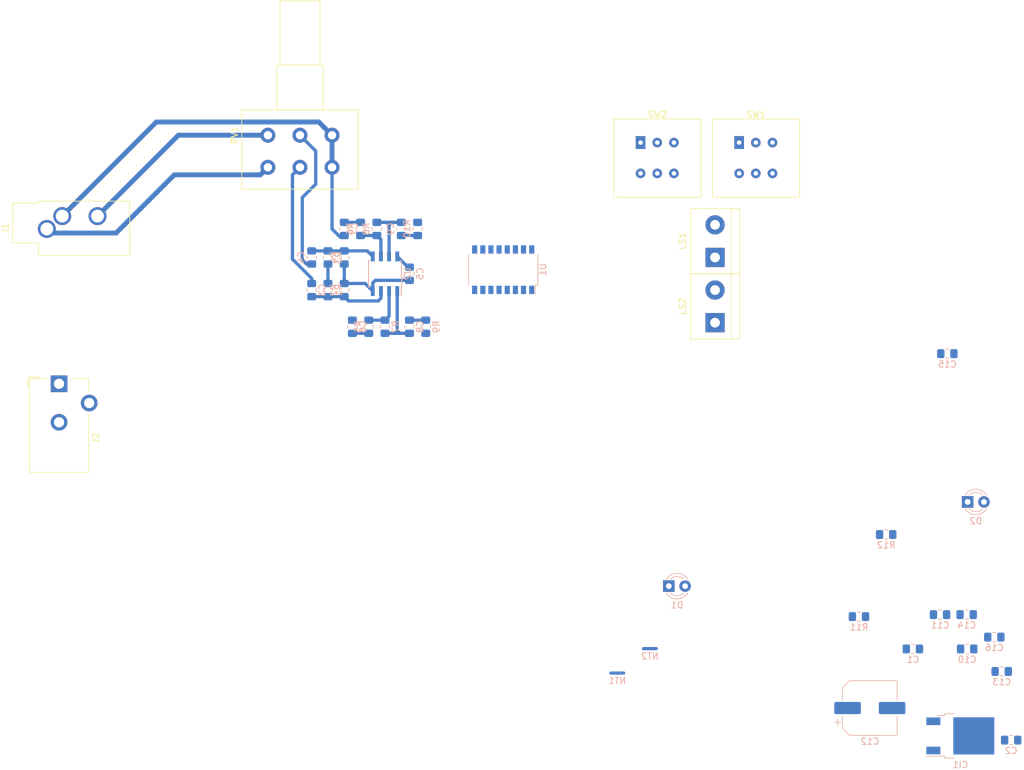
<source format=kicad_pcb>
(kicad_pcb (version 20171130) (host pcbnew "(5.0.1)-3")

  (general
    (thickness 1.6)
    (drawings 0)
    (tracks 76)
    (zones 0)
    (modules 42)
    (nets 35)
  )

  (page A4)
  (layers
    (0 F.Cu signal)
    (31 B.Cu signal)
    (32 B.Adhes user)
    (33 F.Adhes user)
    (34 B.Paste user)
    (35 F.Paste user)
    (36 B.SilkS user)
    (37 F.SilkS user)
    (38 B.Mask user)
    (39 F.Mask user)
    (40 Dwgs.User user)
    (41 Cmts.User user)
    (42 Eco1.User user)
    (43 Eco2.User user)
    (44 Edge.Cuts user)
    (45 Margin user)
    (46 B.CrtYd user)
    (47 F.CrtYd user)
    (48 B.Fab user)
    (49 F.Fab user)
  )

  (setup
    (last_trace_width 0.508)
    (user_trace_width 0.508)
    (user_trace_width 0.762)
    (trace_clearance 0.508)
    (zone_clearance 0.508)
    (zone_45_only no)
    (trace_min 0.2)
    (segment_width 0.2)
    (edge_width 0.15)
    (via_size 1.2)
    (via_drill 0.7)
    (via_min_size 0.4)
    (via_min_drill 0.3)
    (uvia_size 0.3)
    (uvia_drill 0.1)
    (uvias_allowed no)
    (uvia_min_size 0.2)
    (uvia_min_drill 0.1)
    (pcb_text_width 0.3)
    (pcb_text_size 1.5 1.5)
    (mod_edge_width 0.15)
    (mod_text_size 1 1)
    (mod_text_width 0.15)
    (pad_size 1.524 1.524)
    (pad_drill 0.762)
    (pad_to_mask_clearance 0.2)
    (solder_mask_min_width 0.25)
    (aux_axis_origin 0 0)
    (visible_elements 7FFFFFFF)
    (pcbplotparams
      (layerselection 0x010fc_ffffffff)
      (usegerberextensions false)
      (usegerberattributes false)
      (usegerberadvancedattributes false)
      (creategerberjobfile false)
      (excludeedgelayer true)
      (linewidth 0.100000)
      (plotframeref false)
      (viasonmask false)
      (mode 1)
      (useauxorigin false)
      (hpglpennumber 1)
      (hpglpenspeed 20)
      (hpglpendiameter 15.000000)
      (psnegative false)
      (psa4output false)
      (plotreference true)
      (plotvalue true)
      (plotinvisibletext false)
      (padsonsilk false)
      (subtractmaskfromsilk false)
      (outputformat 1)
      (mirror false)
      (drillshape 1)
      (scaleselection 1)
      (outputdirectory ""))
  )

  (net 0 "")
  (net 1 "Net-(LS1-Pad1)")
  (net 2 "Net-(LS1-Pad2)")
  (net 3 "Net-(LS2-Pad2)")
  (net 4 "Net-(LS2-Pad1)")
  (net 5 "Net-(C3-Pad1)")
  (net 6 +5VA)
  (net 7 +5P)
  (net 8 "Net-(D1-Pad2)")
  (net 9 "Net-(R9-Pad1)")
  (net 10 "Net-(C8-Pad2)")
  (net 11 "Net-(R6-Pad2)")
  (net 12 "Net-(C9-Pad1)")
  (net 13 "Net-(C8-Pad1)")
  (net 14 "Net-(R5-Pad1)")
  (net 15 "Net-(C7-Pad2)")
  (net 16 "Net-(C6-Pad1)")
  (net 17 GNDS)
  (net 18 "Net-(C4-Pad1)")
  (net 19 "Net-(R10-Pad1)")
  (net 20 "Net-(C9-Pad2)")
  (net 21 "Net-(C3-Pad2)")
  (net 22 "Net-(J1-PadS)")
  (net 23 "Net-(C4-Pad2)")
  (net 24 "Net-(J1-PadR)")
  (net 25 "Net-(C1-Pad1)")
  (net 26 GND)
  (net 27 "Net-(SW1-Pad4)")
  (net 28 "Net-(C10-Pad2)")
  (net 29 "Net-(U1-Pad12)")
  (net 30 "Net-(J2-Pad2)")
  (net 31 "Net-(SW2-Pad4)")
  (net 32 "Net-(SW2-Pad3)")
  (net 33 "Net-(D2-Pad2)")
  (net 34 "Net-(R12-Pad2)")

  (net_class Default "This is the default net class."
    (clearance 0.508)
    (trace_width 0.508)
    (via_dia 1.2)
    (via_drill 0.7)
    (uvia_dia 0.3)
    (uvia_drill 0.1)
    (add_net +5P)
    (add_net +5VA)
    (add_net GND)
    (add_net GNDS)
    (add_net "Net-(C1-Pad1)")
    (add_net "Net-(C10-Pad2)")
    (add_net "Net-(C3-Pad1)")
    (add_net "Net-(C3-Pad2)")
    (add_net "Net-(C4-Pad1)")
    (add_net "Net-(C4-Pad2)")
    (add_net "Net-(C6-Pad1)")
    (add_net "Net-(C7-Pad2)")
    (add_net "Net-(C8-Pad1)")
    (add_net "Net-(C8-Pad2)")
    (add_net "Net-(C9-Pad1)")
    (add_net "Net-(C9-Pad2)")
    (add_net "Net-(D1-Pad2)")
    (add_net "Net-(D2-Pad2)")
    (add_net "Net-(J1-PadR)")
    (add_net "Net-(J1-PadS)")
    (add_net "Net-(J2-Pad2)")
    (add_net "Net-(LS1-Pad1)")
    (add_net "Net-(LS1-Pad2)")
    (add_net "Net-(LS2-Pad1)")
    (add_net "Net-(LS2-Pad2)")
    (add_net "Net-(R10-Pad1)")
    (add_net "Net-(R12-Pad2)")
    (add_net "Net-(R5-Pad1)")
    (add_net "Net-(R6-Pad2)")
    (add_net "Net-(R9-Pad1)")
    (add_net "Net-(SW1-Pad4)")
    (add_net "Net-(SW2-Pad3)")
    (add_net "Net-(SW2-Pad4)")
    (add_net "Net-(U1-Pad12)")
  )

  (module Potentiometer_THT:Potentiometer_Alps_RK163_Dual_Horizontal (layer F.Cu) (tedit 5A3D4993) (tstamp 5C0DACAD)
    (at 127 13.97 90)
    (descr "Potentiometer, horizontal, Alps RK163 Dual, http://www.alps.com/prod/info/E/HTML/Potentiometer/RotaryPotentiometers/RK16/RK16_list.html")
    (tags "Potentiometer horizontal Alps RK163 Dual")
    (path /5BE6F930)
    (fp_text reference RV1 (at 0 -15.2 90) (layer F.SilkS)
      (effects (font (size 1 1) (thickness 0.15)))
    )
    (fp_text value R_POT_Dual (at 0 5.2 90) (layer F.Fab)
      (effects (font (size 1 1) (thickness 0.15)))
    )
    (fp_line (start -8.3 -13.95) (end -8.3 3.95) (layer F.Fab) (width 0.1))
    (fp_line (start -8.3 3.95) (end 3.8 3.95) (layer F.Fab) (width 0.1))
    (fp_line (start 3.8 3.95) (end 3.8 -13.95) (layer F.Fab) (width 0.1))
    (fp_line (start 3.8 -13.95) (end -8.3 -13.95) (layer F.Fab) (width 0.1))
    (fp_line (start 3.8 -8.5) (end 3.8 -1.5) (layer F.Fab) (width 0.1))
    (fp_line (start 3.8 -1.5) (end 10.8 -1.5) (layer F.Fab) (width 0.1))
    (fp_line (start 10.8 -1.5) (end 10.8 -8.5) (layer F.Fab) (width 0.1))
    (fp_line (start 10.8 -8.5) (end 3.8 -8.5) (layer F.Fab) (width 0.1))
    (fp_line (start 10.8 -8) (end 10.8 -2) (layer F.Fab) (width 0.1))
    (fp_line (start 10.8 -2) (end 20.8 -2) (layer F.Fab) (width 0.1))
    (fp_line (start 20.8 -2) (end 20.8 -8) (layer F.Fab) (width 0.1))
    (fp_line (start 20.8 -8) (end 10.8 -8) (layer F.Fab) (width 0.1))
    (fp_line (start -8.42 -14.07) (end 3.92 -14.07) (layer F.SilkS) (width 0.12))
    (fp_line (start -8.42 4.07) (end 3.92 4.07) (layer F.SilkS) (width 0.12))
    (fp_line (start -8.42 -14.07) (end -8.42 4.07) (layer F.SilkS) (width 0.12))
    (fp_line (start 3.92 -14.07) (end 3.92 4.07) (layer F.SilkS) (width 0.12))
    (fp_line (start 3.92 -8.62) (end 10.92 -8.62) (layer F.SilkS) (width 0.12))
    (fp_line (start 3.92 -1.38) (end 10.92 -1.38) (layer F.SilkS) (width 0.12))
    (fp_line (start 3.92 -8.62) (end 3.92 -1.38) (layer F.SilkS) (width 0.12))
    (fp_line (start 10.92 -8.62) (end 10.92 -1.38) (layer F.SilkS) (width 0.12))
    (fp_line (start 10.92 -8.12) (end 20.92 -8.12) (layer F.SilkS) (width 0.12))
    (fp_line (start 10.92 -1.879) (end 20.92 -1.879) (layer F.SilkS) (width 0.12))
    (fp_line (start 10.92 -8.12) (end 10.92 -1.879) (layer F.SilkS) (width 0.12))
    (fp_line (start 20.92 -8.12) (end 20.92 -1.879) (layer F.SilkS) (width 0.12))
    (fp_line (start -8.55 -14.2) (end -8.55 4.2) (layer F.CrtYd) (width 0.05))
    (fp_line (start -8.55 4.2) (end 21.05 4.2) (layer F.CrtYd) (width 0.05))
    (fp_line (start 21.05 4.2) (end 21.05 -14.2) (layer F.CrtYd) (width 0.05))
    (fp_line (start 21.05 -14.2) (end -8.55 -14.2) (layer F.CrtYd) (width 0.05))
    (fp_text user %R (at -2.25 -5 90) (layer F.Fab)
      (effects (font (size 1 1) (thickness 0.15)))
    )
    (pad 3 thru_hole circle (at 0 -10 90) (size 2.34 2.34) (drill 1.3) (layers *.Cu *.Mask)
      (net 24 "Net-(J1-PadR)"))
    (pad 2 thru_hole circle (at 0 -5 90) (size 2.34 2.34) (drill 1.3) (layers *.Cu *.Mask)
      (net 23 "Net-(C4-Pad2)"))
    (pad 1 thru_hole circle (at 0 0 90) (size 2.34 2.34) (drill 1.3) (layers *.Cu *.Mask)
      (net 17 GNDS))
    (pad 6 thru_hole circle (at -5 -10 90) (size 2.34 2.34) (drill 1.3) (layers *.Cu *.Mask)
      (net 22 "Net-(J1-PadS)"))
    (pad 5 thru_hole circle (at -5 -5 90) (size 2.34 2.34) (drill 1.3) (layers *.Cu *.Mask)
      (net 21 "Net-(C3-Pad2)"))
    (pad 4 thru_hole circle (at -5 0 90) (size 2.34 2.34) (drill 1.3) (layers *.Cu *.Mask)
      (net 17 GNDS))
    (model ${KISYS3DMOD}/Potentiometer_THT.3dshapes/Potentiometer_Alps_RK163_Dual_Horizontal.wrl
      (at (xyz 0 0 0))
      (scale (xyz 1 1 1))
      (rotate (xyz 0 0 0))
    )
  )

  (module LED_THT:LED_D3.0mm (layer B.Cu) (tedit 587A3A7B) (tstamp 5C0197BC)
    (at 226.06 71.12)
    (descr "LED, diameter 3.0mm, 2 pins")
    (tags "LED diameter 3.0mm 2 pins")
    (path /5BF771E4)
    (fp_text reference D2 (at 1.27 2.96) (layer B.SilkS)
      (effects (font (size 1 1) (thickness 0.15)) (justify mirror))
    )
    (fp_text value LED (at 1.27 -2.96) (layer B.Fab)
      (effects (font (size 1 1) (thickness 0.15)) (justify mirror))
    )
    (fp_line (start 3.7 2.25) (end -1.15 2.25) (layer B.CrtYd) (width 0.05))
    (fp_line (start 3.7 -2.25) (end 3.7 2.25) (layer B.CrtYd) (width 0.05))
    (fp_line (start -1.15 -2.25) (end 3.7 -2.25) (layer B.CrtYd) (width 0.05))
    (fp_line (start -1.15 2.25) (end -1.15 -2.25) (layer B.CrtYd) (width 0.05))
    (fp_line (start -0.29 -1.08) (end -0.29 -1.236) (layer B.SilkS) (width 0.12))
    (fp_line (start -0.29 1.236) (end -0.29 1.08) (layer B.SilkS) (width 0.12))
    (fp_line (start -0.23 1.16619) (end -0.23 -1.16619) (layer B.Fab) (width 0.1))
    (fp_circle (center 1.27 0) (end 2.77 0) (layer B.Fab) (width 0.1))
    (fp_arc (start 1.27 0) (end 0.229039 -1.08) (angle 87.9) (layer B.SilkS) (width 0.12))
    (fp_arc (start 1.27 0) (end 0.229039 1.08) (angle -87.9) (layer B.SilkS) (width 0.12))
    (fp_arc (start 1.27 0) (end -0.29 -1.235516) (angle 108.8) (layer B.SilkS) (width 0.12))
    (fp_arc (start 1.27 0) (end -0.29 1.235516) (angle -108.8) (layer B.SilkS) (width 0.12))
    (fp_arc (start 1.27 0) (end -0.23 1.16619) (angle -284.3) (layer B.Fab) (width 0.1))
    (pad 2 thru_hole circle (at 2.54 0) (size 1.8 1.8) (drill 0.9) (layers *.Cu *.Mask)
      (net 33 "Net-(D2-Pad2)"))
    (pad 1 thru_hole rect (at 0 0) (size 1.8 1.8) (drill 0.9) (layers *.Cu *.Mask)
      (net 17 GNDS))
    (model ${KISYS3DMOD}/LED_THT.3dshapes/LED_D3.0mm.wrl
      (at (xyz 0 0 0))
      (scale (xyz 1 1 1))
      (rotate (xyz 0 0 0))
    )
  )

  (module LED_THT:LED_D3.0mm (layer B.Cu) (tedit 587A3A7B) (tstamp 5C0197AA)
    (at 179.488858 84.240591)
    (descr "LED, diameter 3.0mm, 2 pins")
    (tags "LED diameter 3.0mm 2 pins")
    (path /5BF56405)
    (fp_text reference D1 (at 1.27 2.96) (layer B.SilkS)
      (effects (font (size 1 1) (thickness 0.15)) (justify mirror))
    )
    (fp_text value LED (at 1.27 -2.96) (layer B.Fab)
      (effects (font (size 1 1) (thickness 0.15)) (justify mirror))
    )
    (fp_arc (start 1.27 0) (end -0.23 1.16619) (angle -284.3) (layer B.Fab) (width 0.1))
    (fp_arc (start 1.27 0) (end -0.29 1.235516) (angle -108.8) (layer B.SilkS) (width 0.12))
    (fp_arc (start 1.27 0) (end -0.29 -1.235516) (angle 108.8) (layer B.SilkS) (width 0.12))
    (fp_arc (start 1.27 0) (end 0.229039 1.08) (angle -87.9) (layer B.SilkS) (width 0.12))
    (fp_arc (start 1.27 0) (end 0.229039 -1.08) (angle 87.9) (layer B.SilkS) (width 0.12))
    (fp_circle (center 1.27 0) (end 2.77 0) (layer B.Fab) (width 0.1))
    (fp_line (start -0.23 1.16619) (end -0.23 -1.16619) (layer B.Fab) (width 0.1))
    (fp_line (start -0.29 1.236) (end -0.29 1.08) (layer B.SilkS) (width 0.12))
    (fp_line (start -0.29 -1.08) (end -0.29 -1.236) (layer B.SilkS) (width 0.12))
    (fp_line (start -1.15 2.25) (end -1.15 -2.25) (layer B.CrtYd) (width 0.05))
    (fp_line (start -1.15 -2.25) (end 3.7 -2.25) (layer B.CrtYd) (width 0.05))
    (fp_line (start 3.7 -2.25) (end 3.7 2.25) (layer B.CrtYd) (width 0.05))
    (fp_line (start 3.7 2.25) (end -1.15 2.25) (layer B.CrtYd) (width 0.05))
    (pad 1 thru_hole rect (at 0 0) (size 1.8 1.8) (drill 0.9) (layers *.Cu *.Mask)
      (net 26 GND))
    (pad 2 thru_hole circle (at 2.54 0) (size 1.8 1.8) (drill 0.9) (layers *.Cu *.Mask)
      (net 8 "Net-(D1-Pad2)"))
    (model ${KISYS3DMOD}/LED_THT.3dshapes/LED_D3.0mm.wrl
      (at (xyz 0 0 0))
      (scale (xyz 1 1 1))
      (rotate (xyz 0 0 0))
    )
  )

  (module TerminalBlock:TerminalBlock_bornier-2_P5.08mm (layer F.Cu) (tedit 59FF03AB) (tstamp 5C014FDE)
    (at 186.69 43.18 90)
    (descr "simple 2-pin terminal block, pitch 5.08mm, revamped version of bornier2")
    (tags "terminal block bornier2")
    (path /5BEADF63)
    (fp_text reference LS2 (at 2.54 -5.08 90) (layer F.SilkS)
      (effects (font (size 1 1) (thickness 0.15)))
    )
    (fp_text value Speaker (at 2.54 5.08 90) (layer F.Fab)
      (effects (font (size 1 1) (thickness 0.15)))
    )
    (fp_text user %R (at 2.54 0 90) (layer F.Fab)
      (effects (font (size 1 1) (thickness 0.15)))
    )
    (fp_line (start -2.41 2.55) (end 7.49 2.55) (layer F.Fab) (width 0.1))
    (fp_line (start -2.46 -3.75) (end -2.46 3.75) (layer F.Fab) (width 0.1))
    (fp_line (start -2.46 3.75) (end 7.54 3.75) (layer F.Fab) (width 0.1))
    (fp_line (start 7.54 3.75) (end 7.54 -3.75) (layer F.Fab) (width 0.1))
    (fp_line (start 7.54 -3.75) (end -2.46 -3.75) (layer F.Fab) (width 0.1))
    (fp_line (start 7.62 2.54) (end -2.54 2.54) (layer F.SilkS) (width 0.12))
    (fp_line (start 7.62 3.81) (end 7.62 -3.81) (layer F.SilkS) (width 0.12))
    (fp_line (start 7.62 -3.81) (end -2.54 -3.81) (layer F.SilkS) (width 0.12))
    (fp_line (start -2.54 -3.81) (end -2.54 3.81) (layer F.SilkS) (width 0.12))
    (fp_line (start -2.54 3.81) (end 7.62 3.81) (layer F.SilkS) (width 0.12))
    (fp_line (start -2.71 -4) (end 7.79 -4) (layer F.CrtYd) (width 0.05))
    (fp_line (start -2.71 -4) (end -2.71 4) (layer F.CrtYd) (width 0.05))
    (fp_line (start 7.79 4) (end 7.79 -4) (layer F.CrtYd) (width 0.05))
    (fp_line (start 7.79 4) (end -2.71 4) (layer F.CrtYd) (width 0.05))
    (pad 1 thru_hole rect (at 0 0 90) (size 3 3) (drill 1.52) (layers *.Cu *.Mask)
      (net 4 "Net-(LS2-Pad1)"))
    (pad 2 thru_hole circle (at 5.08 0 90) (size 3 3) (drill 1.52) (layers *.Cu *.Mask)
      (net 3 "Net-(LS2-Pad2)"))
    (model ${KISYS3DMOD}/TerminalBlock.3dshapes/TerminalBlock_bornier-2_P5.08mm.wrl
      (offset (xyz 2.539999961853027 0 0))
      (scale (xyz 1 1 1))
      (rotate (xyz 0 0 0))
    )
  )

  (module NetTie:NetTie-3_SMD_Pad0.5mm (layer B.Cu) (tedit 5A1CFFA0) (tstamp 5C01483C)
    (at 176.53 93.98)
    (descr "Net tie, 3 pin, 0.5mm square SMD pads")
    (tags "net tie")
    (path /5BE6D3EE)
    (attr virtual)
    (fp_text reference NT2 (at 0 1.2) (layer B.SilkS)
      (effects (font (size 1 1) (thickness 0.15)) (justify mirror))
    )
    (fp_text value Net-Tie_2 (at 0 -1.2) (layer B.Fab)
      (effects (font (size 1 1) (thickness 0.15)) (justify mirror))
    )
    (fp_poly (pts (xy -1 0.25) (xy 1 0.25) (xy 1 -0.25) (xy -1 -0.25)) (layer B.Cu) (width 0))
    (fp_line (start 1.5 0.5) (end -1.5 0.5) (layer B.CrtYd) (width 0.05))
    (fp_line (start 1.5 -0.5) (end 1.5 0.5) (layer B.CrtYd) (width 0.05))
    (fp_line (start -1.5 -0.5) (end 1.5 -0.5) (layer B.CrtYd) (width 0.05))
    (fp_line (start -1.5 0.5) (end -1.5 -0.5) (layer B.CrtYd) (width 0.05))
    (pad 1 smd circle (at -1 0) (size 0.5 0.5) (layers B.Cu)
      (net 6 +5VA))
    (pad 2 smd circle (at 0 0) (size 0.5 0.5) (layers B.Cu)
      (net 7 +5P))
    (pad 3 smd circle (at 1 0) (size 0.5 0.5) (layers B.Cu))
  )

  (module NetTie:NetTie-3_SMD_Pad0.5mm (layer B.Cu) (tedit 5A1CFFA0) (tstamp 5C014831)
    (at 171.45 97.79)
    (descr "Net tie, 3 pin, 0.5mm square SMD pads")
    (tags "net tie")
    (path /5BE6D793)
    (attr virtual)
    (fp_text reference NT1 (at 0 1.2) (layer B.SilkS)
      (effects (font (size 1 1) (thickness 0.15)) (justify mirror))
    )
    (fp_text value GND (at 0 -1.2) (layer B.Fab)
      (effects (font (size 1 1) (thickness 0.15)) (justify mirror))
    )
    (fp_line (start -1.5 0.5) (end -1.5 -0.5) (layer B.CrtYd) (width 0.05))
    (fp_line (start -1.5 -0.5) (end 1.5 -0.5) (layer B.CrtYd) (width 0.05))
    (fp_line (start 1.5 -0.5) (end 1.5 0.5) (layer B.CrtYd) (width 0.05))
    (fp_line (start 1.5 0.5) (end -1.5 0.5) (layer B.CrtYd) (width 0.05))
    (fp_poly (pts (xy -1 0.25) (xy 1 0.25) (xy 1 -0.25) (xy -1 -0.25)) (layer B.Cu) (width 0))
    (pad 3 smd circle (at 1 0) (size 0.5 0.5) (layers B.Cu))
    (pad 2 smd circle (at 0 0) (size 0.5 0.5) (layers B.Cu)
      (net 26 GND))
    (pad 1 smd circle (at -1 0) (size 0.5 0.5) (layers B.Cu)
      (net 17 GNDS))
  )

  (module Resistor_SMD:R_0805_2012Metric_Pad1.15x1.40mm_HandSolder (layer B.Cu) (tedit 5B36C52B) (tstamp 5C0DBEBA)
    (at 213.36 76.2)
    (descr "Resistor SMD 0805 (2012 Metric), square (rectangular) end terminal, IPC_7351 nominal with elongated pad for handsoldering. (Body size source: https://docs.google.com/spreadsheets/d/1BsfQQcO9C6DZCsRaXUlFlo91Tg2WpOkGARC1WS5S8t0/edit?usp=sharing), generated with kicad-footprint-generator")
    (tags "resistor handsolder")
    (path /5BF7F264)
    (attr smd)
    (fp_text reference R12 (at 0 1.65) (layer B.SilkS)
      (effects (font (size 1 1) (thickness 0.15)) (justify mirror))
    )
    (fp_text value 330R (at 0 -1.65) (layer B.Fab)
      (effects (font (size 1 1) (thickness 0.15)) (justify mirror))
    )
    (fp_line (start -1 -0.6) (end -1 0.6) (layer B.Fab) (width 0.1))
    (fp_line (start -1 0.6) (end 1 0.6) (layer B.Fab) (width 0.1))
    (fp_line (start 1 0.6) (end 1 -0.6) (layer B.Fab) (width 0.1))
    (fp_line (start 1 -0.6) (end -1 -0.6) (layer B.Fab) (width 0.1))
    (fp_line (start -0.261252 0.71) (end 0.261252 0.71) (layer B.SilkS) (width 0.12))
    (fp_line (start -0.261252 -0.71) (end 0.261252 -0.71) (layer B.SilkS) (width 0.12))
    (fp_line (start -1.85 -0.95) (end -1.85 0.95) (layer B.CrtYd) (width 0.05))
    (fp_line (start -1.85 0.95) (end 1.85 0.95) (layer B.CrtYd) (width 0.05))
    (fp_line (start 1.85 0.95) (end 1.85 -0.95) (layer B.CrtYd) (width 0.05))
    (fp_line (start 1.85 -0.95) (end -1.85 -0.95) (layer B.CrtYd) (width 0.05))
    (fp_text user %R (at 0 0) (layer B.Fab)
      (effects (font (size 0.5 0.5) (thickness 0.08)) (justify mirror))
    )
    (pad 1 smd roundrect (at -1.025 0) (size 1.15 1.4) (layers B.Cu B.Paste B.Mask) (roundrect_rratio 0.217391)
      (net 33 "Net-(D2-Pad2)"))
    (pad 2 smd roundrect (at 1.025 0) (size 1.15 1.4) (layers B.Cu B.Paste B.Mask) (roundrect_rratio 0.217391)
      (net 34 "Net-(R12-Pad2)"))
    (model ${KISYS3DMOD}/Resistor_SMD.3dshapes/R_0805_2012Metric.wrl
      (at (xyz 0 0 0))
      (scale (xyz 1 1 1))
      (rotate (xyz 0 0 0))
    )
  )

  (module Bibliotecas:SW_PUSH_E-Switch_FS5700DP_DPDT_push (layer F.Cu) (tedit 5BF44885) (tstamp 5C0DAED0)
    (at 173.7125 15.04)
    (descr "FS5700 series pushbutton footswitch, DPDT, https://www.e-switch.com/system/asset/product_line/data_sheet/226/FS5700.pdf")
    (tags "switch DPDT footswitch")
    (path /5BF76809)
    (fp_text reference SW2 (at 4 -4.3) (layer F.SilkS)
      (effects (font (size 1 1) (thickness 0.15)))
    )
    (fp_text value SW_DPST (at 4 9.5) (layer F.Fab)
      (effects (font (size 1 1) (thickness 0.15)))
    )
    (fp_line (start -2.95 8.75) (end -2.95 -3.75) (layer F.CrtYd) (width 0.05))
    (fp_line (start 10.95 8.75) (end -2.95 8.75) (layer F.CrtYd) (width 0.05))
    (fp_line (start 10.95 -3.75) (end 10.95 8.75) (layer F.CrtYd) (width 0.05))
    (fp_line (start -2.95 -3.75) (end 10.95 -3.75) (layer F.CrtYd) (width 0.05))
    (fp_line (start -2.8 -3.6) (end 10.8 -3.6) (layer F.SilkS) (width 0.12))
    (fp_text user %R (at 5.3716 2.5762) (layer F.Fab)
      (effects (font (size 1 1) (thickness 0.15)))
    )
    (fp_line (start 10.8 8.6) (end 10.8 -3.6) (layer F.SilkS) (width 0.12))
    (fp_line (start 10.8 8.6) (end -2.8 8.6) (layer F.SilkS) (width 0.12))
    (fp_line (start -2.8 -3.6) (end -2.8 8.6) (layer F.SilkS) (width 0.12))
    (fp_line (start -2.7 -3.5) (end 10.7 -3.5) (layer F.Fab) (width 0.1))
    (fp_line (start 10.7 -3.5) (end 10.7 8.5) (layer F.Fab) (width 0.1))
    (fp_line (start 10.7 8.5) (end -2.7 8.5) (layer F.Fab) (width 0.1))
    (fp_line (start -2.7 8.5) (end -2.7 -3.5) (layer F.Fab) (width 0.1))
    (fp_circle (center 3.9716 2.5) (end 9.9716 2.6) (layer F.Fab) (width 0.1))
    (pad 1 thru_hole rect (at 1.3716 0.0762) (size 1.5 2) (drill 0.7) (layers *.Cu *.Mask)
      (net 30 "Net-(J2-Pad2)"))
    (pad 2 thru_hole circle (at 3.9716 0.0762) (size 1.5 1.5) (drill 0.7) (layers *.Cu *.Mask)
      (net 25 "Net-(C1-Pad1)"))
    (pad 3 thru_hole circle (at 6.5716 0.0762) (size 1.5 1.5) (drill 0.7) (layers *.Cu *.Mask)
      (net 32 "Net-(SW2-Pad3)"))
    (pad 4 thru_hole circle (at 1.3716 4.8762) (size 1.5 1.5) (drill 0.7) (layers *.Cu *.Mask)
      (net 31 "Net-(SW2-Pad4)"))
    (pad 5 thru_hole circle (at 3.9716 4.8762) (size 1.5 1.5) (drill 0.7) (layers *.Cu *.Mask))
    (pad 6 thru_hole circle (at 6.5716 4.8762) (size 1.5 1.5) (drill 0.7) (layers *.Cu *.Mask))
    (model ${KISYS3DMOD}/Button_Switch_THT.3dshapes/SW_PUSH_E-Switch_FS5700DP_DPDT.wrl
      (at (xyz 0 0 0))
      (scale (xyz 1 1 1))
      (rotate (xyz 0 0 0))
    )
  )

  (module Bibliotecas:SW_PUSH_E-Switch_FS5700DP_DPDT_push (layer F.Cu) (tedit 5BF44885) (tstamp 5C0DAEB8)
    (at 189.075001 15.04)
    (descr "FS5700 series pushbutton footswitch, DPDT, https://www.e-switch.com/system/asset/product_line/data_sheet/226/FS5700.pdf")
    (tags "switch DPDT footswitch")
    (path /5BF484BD)
    (fp_text reference SW1 (at 4 -4.3) (layer F.SilkS)
      (effects (font (size 1 1) (thickness 0.15)))
    )
    (fp_text value SW_DPST (at 4 9.5) (layer F.Fab)
      (effects (font (size 1 1) (thickness 0.15)))
    )
    (fp_circle (center 3.9716 2.5) (end 9.9716 2.6) (layer F.Fab) (width 0.1))
    (fp_line (start -2.7 8.5) (end -2.7 -3.5) (layer F.Fab) (width 0.1))
    (fp_line (start 10.7 8.5) (end -2.7 8.5) (layer F.Fab) (width 0.1))
    (fp_line (start 10.7 -3.5) (end 10.7 8.5) (layer F.Fab) (width 0.1))
    (fp_line (start -2.7 -3.5) (end 10.7 -3.5) (layer F.Fab) (width 0.1))
    (fp_line (start -2.8 -3.6) (end -2.8 8.6) (layer F.SilkS) (width 0.12))
    (fp_line (start 10.8 8.6) (end -2.8 8.6) (layer F.SilkS) (width 0.12))
    (fp_line (start 10.8 8.6) (end 10.8 -3.6) (layer F.SilkS) (width 0.12))
    (fp_text user %R (at 5.3716 2.5762) (layer F.Fab)
      (effects (font (size 1 1) (thickness 0.15)))
    )
    (fp_line (start -2.8 -3.6) (end 10.8 -3.6) (layer F.SilkS) (width 0.12))
    (fp_line (start -2.95 -3.75) (end 10.95 -3.75) (layer F.CrtYd) (width 0.05))
    (fp_line (start 10.95 -3.75) (end 10.95 8.75) (layer F.CrtYd) (width 0.05))
    (fp_line (start 10.95 8.75) (end -2.95 8.75) (layer F.CrtYd) (width 0.05))
    (fp_line (start -2.95 8.75) (end -2.95 -3.75) (layer F.CrtYd) (width 0.05))
    (pad 6 thru_hole circle (at 6.5716 4.8762) (size 1.5 1.5) (drill 0.7) (layers *.Cu *.Mask))
    (pad 5 thru_hole circle (at 3.9716 4.8762) (size 1.5 1.5) (drill 0.7) (layers *.Cu *.Mask))
    (pad 4 thru_hole circle (at 1.3716 4.8762) (size 1.5 1.5) (drill 0.7) (layers *.Cu *.Mask)
      (net 27 "Net-(SW1-Pad4)"))
    (pad 3 thru_hole circle (at 6.5716 0.0762) (size 1.5 1.5) (drill 0.7) (layers *.Cu *.Mask)
      (net 17 GNDS))
    (pad 2 thru_hole circle (at 3.9716 0.0762) (size 1.5 1.5) (drill 0.7) (layers *.Cu *.Mask)
      (net 34 "Net-(R12-Pad2)"))
    (pad 1 thru_hole rect (at 1.3716 0.0762) (size 1.5 2) (drill 0.7) (layers *.Cu *.Mask)
      (net 6 +5VA))
    (model ${KISYS3DMOD}/Button_Switch_THT.3dshapes/SW_PUSH_E-Switch_FS5700DP_DPDT.wrl
      (at (xyz 0 0 0))
      (scale (xyz 1 1 1))
      (rotate (xyz 0 0 0))
    )
  )

  (module Capacitor_SMD:CP_Elec_8x6.9 (layer B.Cu) (tedit 5BCA39D0) (tstamp 5C0DAEA0)
    (at 210.813858 103.240591)
    (descr "SMD capacitor, aluminum electrolytic, Panasonic E7, 8.0x6.9mm")
    (tags "capacitor electrolytic")
    (path /5BEBB24F)
    (attr smd)
    (fp_text reference C12 (at 0 5.2) (layer B.SilkS)
      (effects (font (size 1 1) (thickness 0.15)) (justify mirror))
    )
    (fp_text value 470u (at 0 -5.2) (layer B.Fab)
      (effects (font (size 1 1) (thickness 0.15)) (justify mirror))
    )
    (fp_circle (center 0 0) (end 4 0) (layer B.Fab) (width 0.1))
    (fp_line (start 4.15 4.15) (end 4.15 -4.15) (layer B.Fab) (width 0.1))
    (fp_line (start -3.15 4.15) (end 4.15 4.15) (layer B.Fab) (width 0.1))
    (fp_line (start -3.15 -4.15) (end 4.15 -4.15) (layer B.Fab) (width 0.1))
    (fp_line (start -4.15 3.15) (end -4.15 -3.15) (layer B.Fab) (width 0.1))
    (fp_line (start -4.15 3.15) (end -3.15 4.15) (layer B.Fab) (width 0.1))
    (fp_line (start -4.15 -3.15) (end -3.15 -4.15) (layer B.Fab) (width 0.1))
    (fp_line (start -3.562278 1.5) (end -2.762278 1.5) (layer B.Fab) (width 0.1))
    (fp_line (start -3.162278 1.9) (end -3.162278 1.1) (layer B.Fab) (width 0.1))
    (fp_line (start 4.26 -4.26) (end 4.26 -1.21) (layer B.SilkS) (width 0.12))
    (fp_line (start 4.26 4.26) (end 4.26 1.21) (layer B.SilkS) (width 0.12))
    (fp_line (start -3.195563 4.26) (end 4.26 4.26) (layer B.SilkS) (width 0.12))
    (fp_line (start -3.195563 -4.26) (end 4.26 -4.26) (layer B.SilkS) (width 0.12))
    (fp_line (start -4.26 -3.195563) (end -4.26 -1.21) (layer B.SilkS) (width 0.12))
    (fp_line (start -4.26 3.195563) (end -4.26 1.21) (layer B.SilkS) (width 0.12))
    (fp_line (start -4.26 3.195563) (end -3.195563 4.26) (layer B.SilkS) (width 0.12))
    (fp_line (start -4.26 -3.195563) (end -3.195563 -4.26) (layer B.SilkS) (width 0.12))
    (fp_line (start -5.5 2.21) (end -4.5 2.21) (layer B.SilkS) (width 0.12))
    (fp_line (start -5 2.71) (end -5 1.71) (layer B.SilkS) (width 0.12))
    (fp_line (start 4.4 4.4) (end 4.4 1.2) (layer B.CrtYd) (width 0.05))
    (fp_line (start 4.4 1.2) (end 5.8 1.2) (layer B.CrtYd) (width 0.05))
    (fp_line (start 5.8 1.2) (end 5.8 -1.2) (layer B.CrtYd) (width 0.05))
    (fp_line (start 5.8 -1.2) (end 4.4 -1.2) (layer B.CrtYd) (width 0.05))
    (fp_line (start 4.4 -1.2) (end 4.4 -4.4) (layer B.CrtYd) (width 0.05))
    (fp_line (start -3.25 -4.4) (end 4.4 -4.4) (layer B.CrtYd) (width 0.05))
    (fp_line (start -3.25 4.4) (end 4.4 4.4) (layer B.CrtYd) (width 0.05))
    (fp_line (start -4.4 -3.25) (end -3.25 -4.4) (layer B.CrtYd) (width 0.05))
    (fp_line (start -4.4 3.25) (end -3.25 4.4) (layer B.CrtYd) (width 0.05))
    (fp_line (start -4.4 3.25) (end -4.4 1.2) (layer B.CrtYd) (width 0.05))
    (fp_line (start -4.4 -1.2) (end -4.4 -3.25) (layer B.CrtYd) (width 0.05))
    (fp_line (start -4.4 1.2) (end -5.8 1.2) (layer B.CrtYd) (width 0.05))
    (fp_line (start -5.8 1.2) (end -5.8 -1.2) (layer B.CrtYd) (width 0.05))
    (fp_line (start -5.8 -1.2) (end -4.4 -1.2) (layer B.CrtYd) (width 0.05))
    (fp_text user %R (at 0 0) (layer B.Fab)
      (effects (font (size 1 1) (thickness 0.15)) (justify mirror))
    )
    (pad 1 smd roundrect (at -3.475 0) (size 4.15 1.9) (layers B.Cu B.Paste B.Mask) (roundrect_rratio 0.131579)
      (net 7 +5P))
    (pad 2 smd roundrect (at 3.475 0) (size 4.15 1.9) (layers B.Cu B.Paste B.Mask) (roundrect_rratio 0.131579)
      (net 26 GND))
    (model ${KISYS3DMOD}/Capacitor_SMD.3dshapes/CP_Elec_8x6.9.wrl
      (at (xyz 0 0 0))
      (scale (xyz 1 1 1))
      (rotate (xyz 0 0 0))
    )
  )

  (module Capacitor_SMD:C_0805_2012Metric_Pad1.15x1.40mm_HandSolder (layer B.Cu) (tedit 5B36C52B) (tstamp 5C0DAE78)
    (at 230.213858 92.190591)
    (descr "Capacitor SMD 0805 (2012 Metric), square (rectangular) end terminal, IPC_7351 nominal with elongated pad for handsoldering. (Body size source: https://docs.google.com/spreadsheets/d/1BsfQQcO9C6DZCsRaXUlFlo91Tg2WpOkGARC1WS5S8t0/edit?usp=sharing), generated with kicad-footprint-generator")
    (tags "capacitor handsolder")
    (path /5BEBB6C6)
    (attr smd)
    (fp_text reference C16 (at 0 1.65) (layer B.SilkS)
      (effects (font (size 1 1) (thickness 0.15)) (justify mirror))
    )
    (fp_text value 10n (at 0 -1.65) (layer B.Fab)
      (effects (font (size 1 1) (thickness 0.15)) (justify mirror))
    )
    (fp_line (start -1 -0.6) (end -1 0.6) (layer B.Fab) (width 0.1))
    (fp_line (start -1 0.6) (end 1 0.6) (layer B.Fab) (width 0.1))
    (fp_line (start 1 0.6) (end 1 -0.6) (layer B.Fab) (width 0.1))
    (fp_line (start 1 -0.6) (end -1 -0.6) (layer B.Fab) (width 0.1))
    (fp_line (start -0.261252 0.71) (end 0.261252 0.71) (layer B.SilkS) (width 0.12))
    (fp_line (start -0.261252 -0.71) (end 0.261252 -0.71) (layer B.SilkS) (width 0.12))
    (fp_line (start -1.85 -0.95) (end -1.85 0.95) (layer B.CrtYd) (width 0.05))
    (fp_line (start -1.85 0.95) (end 1.85 0.95) (layer B.CrtYd) (width 0.05))
    (fp_line (start 1.85 0.95) (end 1.85 -0.95) (layer B.CrtYd) (width 0.05))
    (fp_line (start 1.85 -0.95) (end -1.85 -0.95) (layer B.CrtYd) (width 0.05))
    (fp_text user %R (at 0 0) (layer B.Fab)
      (effects (font (size 0.5 0.5) (thickness 0.08)) (justify mirror))
    )
    (pad 1 smd roundrect (at -1.025 0) (size 1.15 1.4) (layers B.Cu B.Paste B.Mask) (roundrect_rratio 0.217391)
      (net 7 +5P))
    (pad 2 smd roundrect (at 1.025 0) (size 1.15 1.4) (layers B.Cu B.Paste B.Mask) (roundrect_rratio 0.217391)
      (net 26 GND))
    (model ${KISYS3DMOD}/Capacitor_SMD.3dshapes/C_0805_2012Metric.wrl
      (at (xyz 0 0 0))
      (scale (xyz 1 1 1))
      (rotate (xyz 0 0 0))
    )
  )

  (module Capacitor_SMD:C_0805_2012Metric_Pad1.15x1.40mm_HandSolder (layer B.Cu) (tedit 5B36C52B) (tstamp 5C0DAE67)
    (at 222.894809 48.010591)
    (descr "Capacitor SMD 0805 (2012 Metric), square (rectangular) end terminal, IPC_7351 nominal with elongated pad for handsoldering. (Body size source: https://docs.google.com/spreadsheets/d/1BsfQQcO9C6DZCsRaXUlFlo91Tg2WpOkGARC1WS5S8t0/edit?usp=sharing), generated with kicad-footprint-generator")
    (tags "capacitor handsolder")
    (path /5BEBB6C0)
    (attr smd)
    (fp_text reference C15 (at 0 1.65) (layer B.SilkS)
      (effects (font (size 1 1) (thickness 0.15)) (justify mirror))
    )
    (fp_text value 100n (at 0 -1.65) (layer B.Fab)
      (effects (font (size 1 1) (thickness 0.15)) (justify mirror))
    )
    (fp_text user %R (at 0 0) (layer B.Fab)
      (effects (font (size 0.5 0.5) (thickness 0.08)) (justify mirror))
    )
    (fp_line (start 1.85 -0.95) (end -1.85 -0.95) (layer B.CrtYd) (width 0.05))
    (fp_line (start 1.85 0.95) (end 1.85 -0.95) (layer B.CrtYd) (width 0.05))
    (fp_line (start -1.85 0.95) (end 1.85 0.95) (layer B.CrtYd) (width 0.05))
    (fp_line (start -1.85 -0.95) (end -1.85 0.95) (layer B.CrtYd) (width 0.05))
    (fp_line (start -0.261252 -0.71) (end 0.261252 -0.71) (layer B.SilkS) (width 0.12))
    (fp_line (start -0.261252 0.71) (end 0.261252 0.71) (layer B.SilkS) (width 0.12))
    (fp_line (start 1 -0.6) (end -1 -0.6) (layer B.Fab) (width 0.1))
    (fp_line (start 1 0.6) (end 1 -0.6) (layer B.Fab) (width 0.1))
    (fp_line (start -1 0.6) (end 1 0.6) (layer B.Fab) (width 0.1))
    (fp_line (start -1 -0.6) (end -1 0.6) (layer B.Fab) (width 0.1))
    (pad 2 smd roundrect (at 1.025 0) (size 1.15 1.4) (layers B.Cu B.Paste B.Mask) (roundrect_rratio 0.217391)
      (net 26 GND))
    (pad 1 smd roundrect (at -1.025 0) (size 1.15 1.4) (layers B.Cu B.Paste B.Mask) (roundrect_rratio 0.217391)
      (net 7 +5P))
    (model ${KISYS3DMOD}/Capacitor_SMD.3dshapes/C_0805_2012Metric.wrl
      (at (xyz 0 0 0))
      (scale (xyz 1 1 1))
      (rotate (xyz 0 0 0))
    )
  )

  (module Capacitor_SMD:C_0805_2012Metric_Pad1.15x1.40mm_HandSolder (layer B.Cu) (tedit 5B36C52B) (tstamp 5C0DAE56)
    (at 225.903858 88.680591)
    (descr "Capacitor SMD 0805 (2012 Metric), square (rectangular) end terminal, IPC_7351 nominal with elongated pad for handsoldering. (Body size source: https://docs.google.com/spreadsheets/d/1BsfQQcO9C6DZCsRaXUlFlo91Tg2WpOkGARC1WS5S8t0/edit?usp=sharing), generated with kicad-footprint-generator")
    (tags "capacitor handsolder")
    (path /5BEBB3B0)
    (attr smd)
    (fp_text reference C14 (at 0 1.65) (layer B.SilkS)
      (effects (font (size 1 1) (thickness 0.15)) (justify mirror))
    )
    (fp_text value 1u (at 0 -1.65) (layer B.Fab)
      (effects (font (size 1 1) (thickness 0.15)) (justify mirror))
    )
    (fp_line (start -1 -0.6) (end -1 0.6) (layer B.Fab) (width 0.1))
    (fp_line (start -1 0.6) (end 1 0.6) (layer B.Fab) (width 0.1))
    (fp_line (start 1 0.6) (end 1 -0.6) (layer B.Fab) (width 0.1))
    (fp_line (start 1 -0.6) (end -1 -0.6) (layer B.Fab) (width 0.1))
    (fp_line (start -0.261252 0.71) (end 0.261252 0.71) (layer B.SilkS) (width 0.12))
    (fp_line (start -0.261252 -0.71) (end 0.261252 -0.71) (layer B.SilkS) (width 0.12))
    (fp_line (start -1.85 -0.95) (end -1.85 0.95) (layer B.CrtYd) (width 0.05))
    (fp_line (start -1.85 0.95) (end 1.85 0.95) (layer B.CrtYd) (width 0.05))
    (fp_line (start 1.85 0.95) (end 1.85 -0.95) (layer B.CrtYd) (width 0.05))
    (fp_line (start 1.85 -0.95) (end -1.85 -0.95) (layer B.CrtYd) (width 0.05))
    (fp_text user %R (at 0 0) (layer B.Fab)
      (effects (font (size 0.5 0.5) (thickness 0.08)) (justify mirror))
    )
    (pad 1 smd roundrect (at -1.025 0) (size 1.15 1.4) (layers B.Cu B.Paste B.Mask) (roundrect_rratio 0.217391)
      (net 7 +5P))
    (pad 2 smd roundrect (at 1.025 0) (size 1.15 1.4) (layers B.Cu B.Paste B.Mask) (roundrect_rratio 0.217391)
      (net 26 GND))
    (model ${KISYS3DMOD}/Capacitor_SMD.3dshapes/C_0805_2012Metric.wrl
      (at (xyz 0 0 0))
      (scale (xyz 1 1 1))
      (rotate (xyz 0 0 0))
    )
  )

  (module Capacitor_SMD:C_0805_2012Metric_Pad1.15x1.40mm_HandSolder (layer B.Cu) (tedit 5B36C52B) (tstamp 5C0DAE45)
    (at 231.363858 97.540591)
    (descr "Capacitor SMD 0805 (2012 Metric), square (rectangular) end terminal, IPC_7351 nominal with elongated pad for handsoldering. (Body size source: https://docs.google.com/spreadsheets/d/1BsfQQcO9C6DZCsRaXUlFlo91Tg2WpOkGARC1WS5S8t0/edit?usp=sharing), generated with kicad-footprint-generator")
    (tags "capacitor handsolder")
    (path /5BEBB348)
    (attr smd)
    (fp_text reference C13 (at 0 1.65) (layer B.SilkS)
      (effects (font (size 1 1) (thickness 0.15)) (justify mirror))
    )
    (fp_text value 1u (at 0 -1.65) (layer B.Fab)
      (effects (font (size 1 1) (thickness 0.15)) (justify mirror))
    )
    (fp_text user %R (at 0 0) (layer B.Fab)
      (effects (font (size 0.5 0.5) (thickness 0.08)) (justify mirror))
    )
    (fp_line (start 1.85 -0.95) (end -1.85 -0.95) (layer B.CrtYd) (width 0.05))
    (fp_line (start 1.85 0.95) (end 1.85 -0.95) (layer B.CrtYd) (width 0.05))
    (fp_line (start -1.85 0.95) (end 1.85 0.95) (layer B.CrtYd) (width 0.05))
    (fp_line (start -1.85 -0.95) (end -1.85 0.95) (layer B.CrtYd) (width 0.05))
    (fp_line (start -0.261252 -0.71) (end 0.261252 -0.71) (layer B.SilkS) (width 0.12))
    (fp_line (start -0.261252 0.71) (end 0.261252 0.71) (layer B.SilkS) (width 0.12))
    (fp_line (start 1 -0.6) (end -1 -0.6) (layer B.Fab) (width 0.1))
    (fp_line (start 1 0.6) (end 1 -0.6) (layer B.Fab) (width 0.1))
    (fp_line (start -1 0.6) (end 1 0.6) (layer B.Fab) (width 0.1))
    (fp_line (start -1 -0.6) (end -1 0.6) (layer B.Fab) (width 0.1))
    (pad 2 smd roundrect (at 1.025 0) (size 1.15 1.4) (layers B.Cu B.Paste B.Mask) (roundrect_rratio 0.217391)
      (net 26 GND))
    (pad 1 smd roundrect (at -1.025 0) (size 1.15 1.4) (layers B.Cu B.Paste B.Mask) (roundrect_rratio 0.217391)
      (net 7 +5P))
    (model ${KISYS3DMOD}/Capacitor_SMD.3dshapes/C_0805_2012Metric.wrl
      (at (xyz 0 0 0))
      (scale (xyz 1 1 1))
      (rotate (xyz 0 0 0))
    )
  )

  (module Capacitor_SMD:C_0805_2012Metric_Pad1.15x1.40mm_HandSolder (layer B.Cu) (tedit 5B36C52B) (tstamp 5C0DAE34)
    (at 221.753858 88.680591)
    (descr "Capacitor SMD 0805 (2012 Metric), square (rectangular) end terminal, IPC_7351 nominal with elongated pad for handsoldering. (Body size source: https://docs.google.com/spreadsheets/d/1BsfQQcO9C6DZCsRaXUlFlo91Tg2WpOkGARC1WS5S8t0/edit?usp=sharing), generated with kicad-footprint-generator")
    (tags "capacitor handsolder")
    (path /5BEC755B)
    (attr smd)
    (fp_text reference C11 (at 0 1.65) (layer B.SilkS)
      (effects (font (size 1 1) (thickness 0.15)) (justify mirror))
    )
    (fp_text value 1u (at 0 -1.65) (layer B.Fab)
      (effects (font (size 1 1) (thickness 0.15)) (justify mirror))
    )
    (fp_line (start -1 -0.6) (end -1 0.6) (layer B.Fab) (width 0.1))
    (fp_line (start -1 0.6) (end 1 0.6) (layer B.Fab) (width 0.1))
    (fp_line (start 1 0.6) (end 1 -0.6) (layer B.Fab) (width 0.1))
    (fp_line (start 1 -0.6) (end -1 -0.6) (layer B.Fab) (width 0.1))
    (fp_line (start -0.261252 0.71) (end 0.261252 0.71) (layer B.SilkS) (width 0.12))
    (fp_line (start -0.261252 -0.71) (end 0.261252 -0.71) (layer B.SilkS) (width 0.12))
    (fp_line (start -1.85 -0.95) (end -1.85 0.95) (layer B.CrtYd) (width 0.05))
    (fp_line (start -1.85 0.95) (end 1.85 0.95) (layer B.CrtYd) (width 0.05))
    (fp_line (start 1.85 0.95) (end 1.85 -0.95) (layer B.CrtYd) (width 0.05))
    (fp_line (start 1.85 -0.95) (end -1.85 -0.95) (layer B.CrtYd) (width 0.05))
    (fp_text user %R (at 0 0) (layer B.Fab)
      (effects (font (size 0.5 0.5) (thickness 0.08)) (justify mirror))
    )
    (pad 1 smd roundrect (at -1.025 0) (size 1.15 1.4) (layers B.Cu B.Paste B.Mask) (roundrect_rratio 0.217391)
      (net 17 GNDS))
    (pad 2 smd roundrect (at 1.025 0) (size 1.15 1.4) (layers B.Cu B.Paste B.Mask) (roundrect_rratio 0.217391)
      (net 6 +5VA))
    (model ${KISYS3DMOD}/Capacitor_SMD.3dshapes/C_0805_2012Metric.wrl
      (at (xyz 0 0 0))
      (scale (xyz 1 1 1))
      (rotate (xyz 0 0 0))
    )
  )

  (module Capacitor_SMD:C_0805_2012Metric_Pad1.15x1.40mm_HandSolder (layer B.Cu) (tedit 5B36C52B) (tstamp 5C0DAE23)
    (at 225.984809 94.030591)
    (descr "Capacitor SMD 0805 (2012 Metric), square (rectangular) end terminal, IPC_7351 nominal with elongated pad for handsoldering. (Body size source: https://docs.google.com/spreadsheets/d/1BsfQQcO9C6DZCsRaXUlFlo91Tg2WpOkGARC1WS5S8t0/edit?usp=sharing), generated with kicad-footprint-generator")
    (tags "capacitor handsolder")
    (path /5BE928D1)
    (attr smd)
    (fp_text reference C10 (at 0 1.65) (layer B.SilkS)
      (effects (font (size 1 1) (thickness 0.15)) (justify mirror))
    )
    (fp_text value 100n (at 0 -1.65) (layer B.Fab)
      (effects (font (size 1 1) (thickness 0.15)) (justify mirror))
    )
    (fp_text user %R (at 0 0) (layer B.Fab)
      (effects (font (size 0.5 0.5) (thickness 0.08)) (justify mirror))
    )
    (fp_line (start 1.85 -0.95) (end -1.85 -0.95) (layer B.CrtYd) (width 0.05))
    (fp_line (start 1.85 0.95) (end 1.85 -0.95) (layer B.CrtYd) (width 0.05))
    (fp_line (start -1.85 0.95) (end 1.85 0.95) (layer B.CrtYd) (width 0.05))
    (fp_line (start -1.85 -0.95) (end -1.85 0.95) (layer B.CrtYd) (width 0.05))
    (fp_line (start -0.261252 -0.71) (end 0.261252 -0.71) (layer B.SilkS) (width 0.12))
    (fp_line (start -0.261252 0.71) (end 0.261252 0.71) (layer B.SilkS) (width 0.12))
    (fp_line (start 1 -0.6) (end -1 -0.6) (layer B.Fab) (width 0.1))
    (fp_line (start 1 0.6) (end 1 -0.6) (layer B.Fab) (width 0.1))
    (fp_line (start -1 0.6) (end 1 0.6) (layer B.Fab) (width 0.1))
    (fp_line (start -1 -0.6) (end -1 0.6) (layer B.Fab) (width 0.1))
    (pad 2 smd roundrect (at 1.025 0) (size 1.15 1.4) (layers B.Cu B.Paste B.Mask) (roundrect_rratio 0.217391)
      (net 28 "Net-(C10-Pad2)"))
    (pad 1 smd roundrect (at -1.025 0) (size 1.15 1.4) (layers B.Cu B.Paste B.Mask) (roundrect_rratio 0.217391)
      (net 17 GNDS))
    (model ${KISYS3DMOD}/Capacitor_SMD.3dshapes/C_0805_2012Metric.wrl
      (at (xyz 0 0 0))
      (scale (xyz 1 1 1))
      (rotate (xyz 0 0 0))
    )
  )

  (module Capacitor_SMD:C_0805_2012Metric_Pad1.15x1.40mm_HandSolder (layer B.Cu) (tedit 5B36C52B) (tstamp 5C0DAE12)
    (at 137.795 28.575 270)
    (descr "Capacitor SMD 0805 (2012 Metric), square (rectangular) end terminal, IPC_7351 nominal with elongated pad for handsoldering. (Body size source: https://docs.google.com/spreadsheets/d/1BsfQQcO9C6DZCsRaXUlFlo91Tg2WpOkGARC1WS5S8t0/edit?usp=sharing), generated with kicad-footprint-generator")
    (tags "capacitor handsolder")
    (path /5BE812E2)
    (attr smd)
    (fp_text reference C9 (at 0 1.65 270) (layer B.SilkS)
      (effects (font (size 1 1) (thickness 0.15)) (justify mirror))
    )
    (fp_text value 1u (at 0 -1.65 270) (layer B.Fab)
      (effects (font (size 1 1) (thickness 0.15)) (justify mirror))
    )
    (fp_line (start -1 -0.6) (end -1 0.6) (layer B.Fab) (width 0.1))
    (fp_line (start -1 0.6) (end 1 0.6) (layer B.Fab) (width 0.1))
    (fp_line (start 1 0.6) (end 1 -0.6) (layer B.Fab) (width 0.1))
    (fp_line (start 1 -0.6) (end -1 -0.6) (layer B.Fab) (width 0.1))
    (fp_line (start -0.261252 0.71) (end 0.261252 0.71) (layer B.SilkS) (width 0.12))
    (fp_line (start -0.261252 -0.71) (end 0.261252 -0.71) (layer B.SilkS) (width 0.12))
    (fp_line (start -1.85 -0.95) (end -1.85 0.95) (layer B.CrtYd) (width 0.05))
    (fp_line (start -1.85 0.95) (end 1.85 0.95) (layer B.CrtYd) (width 0.05))
    (fp_line (start 1.85 0.95) (end 1.85 -0.95) (layer B.CrtYd) (width 0.05))
    (fp_line (start 1.85 -0.95) (end -1.85 -0.95) (layer B.CrtYd) (width 0.05))
    (fp_text user %R (at 0 0 270) (layer B.Fab)
      (effects (font (size 0.5 0.5) (thickness 0.08)) (justify mirror))
    )
    (pad 1 smd roundrect (at -1.025 0 270) (size 1.15 1.4) (layers B.Cu B.Paste B.Mask) (roundrect_rratio 0.217391)
      (net 12 "Net-(C9-Pad1)"))
    (pad 2 smd roundrect (at 1.025 0 270) (size 1.15 1.4) (layers B.Cu B.Paste B.Mask) (roundrect_rratio 0.217391)
      (net 20 "Net-(C9-Pad2)"))
    (model ${KISYS3DMOD}/Capacitor_SMD.3dshapes/C_0805_2012Metric.wrl
      (at (xyz 0 0 0))
      (scale (xyz 1 1 1))
      (rotate (xyz 0 0 0))
    )
  )

  (module Capacitor_SMD:C_0805_2012Metric_Pad1.15x1.40mm_HandSolder (layer B.Cu) (tedit 5B36C52B) (tstamp 5C0DAE01)
    (at 139.065 43.815 90)
    (descr "Capacitor SMD 0805 (2012 Metric), square (rectangular) end terminal, IPC_7351 nominal with elongated pad for handsoldering. (Body size source: https://docs.google.com/spreadsheets/d/1BsfQQcO9C6DZCsRaXUlFlo91Tg2WpOkGARC1WS5S8t0/edit?usp=sharing), generated with kicad-footprint-generator")
    (tags "capacitor handsolder")
    (path /5BE81227)
    (attr smd)
    (fp_text reference C8 (at 0 1.65 90) (layer B.SilkS)
      (effects (font (size 1 1) (thickness 0.15)) (justify mirror))
    )
    (fp_text value 1u (at 0 -1.65 90) (layer B.Fab)
      (effects (font (size 1 1) (thickness 0.15)) (justify mirror))
    )
    (fp_text user %R (at 0 0 90) (layer B.Fab)
      (effects (font (size 0.5 0.5) (thickness 0.08)) (justify mirror))
    )
    (fp_line (start 1.85 -0.95) (end -1.85 -0.95) (layer B.CrtYd) (width 0.05))
    (fp_line (start 1.85 0.95) (end 1.85 -0.95) (layer B.CrtYd) (width 0.05))
    (fp_line (start -1.85 0.95) (end 1.85 0.95) (layer B.CrtYd) (width 0.05))
    (fp_line (start -1.85 -0.95) (end -1.85 0.95) (layer B.CrtYd) (width 0.05))
    (fp_line (start -0.261252 -0.71) (end 0.261252 -0.71) (layer B.SilkS) (width 0.12))
    (fp_line (start -0.261252 0.71) (end 0.261252 0.71) (layer B.SilkS) (width 0.12))
    (fp_line (start 1 -0.6) (end -1 -0.6) (layer B.Fab) (width 0.1))
    (fp_line (start 1 0.6) (end 1 -0.6) (layer B.Fab) (width 0.1))
    (fp_line (start -1 0.6) (end 1 0.6) (layer B.Fab) (width 0.1))
    (fp_line (start -1 -0.6) (end -1 0.6) (layer B.Fab) (width 0.1))
    (pad 2 smd roundrect (at 1.025 0 90) (size 1.15 1.4) (layers B.Cu B.Paste B.Mask) (roundrect_rratio 0.217391)
      (net 10 "Net-(C8-Pad2)"))
    (pad 1 smd roundrect (at -1.025 0 90) (size 1.15 1.4) (layers B.Cu B.Paste B.Mask) (roundrect_rratio 0.217391)
      (net 13 "Net-(C8-Pad1)"))
    (model ${KISYS3DMOD}/Capacitor_SMD.3dshapes/C_0805_2012Metric.wrl
      (at (xyz 0 0 0))
      (scale (xyz 1 1 1))
      (rotate (xyz 0 0 0))
    )
  )

  (module Capacitor_SMD:C_0805_2012Metric_Pad1.15x1.40mm_HandSolder (layer B.Cu) (tedit 5B36C52B) (tstamp 5C0DADF0)
    (at 128.905 28.575 90)
    (descr "Capacitor SMD 0805 (2012 Metric), square (rectangular) end terminal, IPC_7351 nominal with elongated pad for handsoldering. (Body size source: https://docs.google.com/spreadsheets/d/1BsfQQcO9C6DZCsRaXUlFlo91Tg2WpOkGARC1WS5S8t0/edit?usp=sharing), generated with kicad-footprint-generator")
    (tags "capacitor handsolder")
    (path /5BE7AFE1)
    (attr smd)
    (fp_text reference C7 (at 0 1.65 90) (layer B.SilkS)
      (effects (font (size 1 1) (thickness 0.15)) (justify mirror))
    )
    (fp_text value 1u (at 0 -1.65 90) (layer B.Fab)
      (effects (font (size 1 1) (thickness 0.15)) (justify mirror))
    )
    (fp_line (start -1 -0.6) (end -1 0.6) (layer B.Fab) (width 0.1))
    (fp_line (start -1 0.6) (end 1 0.6) (layer B.Fab) (width 0.1))
    (fp_line (start 1 0.6) (end 1 -0.6) (layer B.Fab) (width 0.1))
    (fp_line (start 1 -0.6) (end -1 -0.6) (layer B.Fab) (width 0.1))
    (fp_line (start -0.261252 0.71) (end 0.261252 0.71) (layer B.SilkS) (width 0.12))
    (fp_line (start -0.261252 -0.71) (end 0.261252 -0.71) (layer B.SilkS) (width 0.12))
    (fp_line (start -1.85 -0.95) (end -1.85 0.95) (layer B.CrtYd) (width 0.05))
    (fp_line (start -1.85 0.95) (end 1.85 0.95) (layer B.CrtYd) (width 0.05))
    (fp_line (start 1.85 0.95) (end 1.85 -0.95) (layer B.CrtYd) (width 0.05))
    (fp_line (start 1.85 -0.95) (end -1.85 -0.95) (layer B.CrtYd) (width 0.05))
    (fp_text user %R (at 0 0 90) (layer B.Fab)
      (effects (font (size 0.5 0.5) (thickness 0.08)) (justify mirror))
    )
    (pad 1 smd roundrect (at -1.025 0 90) (size 1.15 1.4) (layers B.Cu B.Paste B.Mask) (roundrect_rratio 0.217391)
      (net 17 GNDS))
    (pad 2 smd roundrect (at 1.025 0 90) (size 1.15 1.4) (layers B.Cu B.Paste B.Mask) (roundrect_rratio 0.217391)
      (net 15 "Net-(C7-Pad2)"))
    (model ${KISYS3DMOD}/Capacitor_SMD.3dshapes/C_0805_2012Metric.wrl
      (at (xyz 0 0 0))
      (scale (xyz 1 1 1))
      (rotate (xyz 0 0 0))
    )
  )

  (module Capacitor_SMD:C_0805_2012Metric_Pad1.15x1.40mm_HandSolder (layer B.Cu) (tedit 5B36C52B) (tstamp 5C0DADDF)
    (at 130.175 43.815 90)
    (descr "Capacitor SMD 0805 (2012 Metric), square (rectangular) end terminal, IPC_7351 nominal with elongated pad for handsoldering. (Body size source: https://docs.google.com/spreadsheets/d/1BsfQQcO9C6DZCsRaXUlFlo91Tg2WpOkGARC1WS5S8t0/edit?usp=sharing), generated with kicad-footprint-generator")
    (tags "capacitor handsolder")
    (path /5BE79065)
    (attr smd)
    (fp_text reference C6 (at 0 1.65 90) (layer B.SilkS)
      (effects (font (size 1 1) (thickness 0.15)) (justify mirror))
    )
    (fp_text value 1u (at 0 -1.65 90) (layer B.Fab)
      (effects (font (size 1 1) (thickness 0.15)) (justify mirror))
    )
    (fp_text user %R (at 0 0 90) (layer B.Fab)
      (effects (font (size 0.5 0.5) (thickness 0.08)) (justify mirror))
    )
    (fp_line (start 1.85 -0.95) (end -1.85 -0.95) (layer B.CrtYd) (width 0.05))
    (fp_line (start 1.85 0.95) (end 1.85 -0.95) (layer B.CrtYd) (width 0.05))
    (fp_line (start -1.85 0.95) (end 1.85 0.95) (layer B.CrtYd) (width 0.05))
    (fp_line (start -1.85 -0.95) (end -1.85 0.95) (layer B.CrtYd) (width 0.05))
    (fp_line (start -0.261252 -0.71) (end 0.261252 -0.71) (layer B.SilkS) (width 0.12))
    (fp_line (start -0.261252 0.71) (end 0.261252 0.71) (layer B.SilkS) (width 0.12))
    (fp_line (start 1 -0.6) (end -1 -0.6) (layer B.Fab) (width 0.1))
    (fp_line (start 1 0.6) (end 1 -0.6) (layer B.Fab) (width 0.1))
    (fp_line (start -1 0.6) (end 1 0.6) (layer B.Fab) (width 0.1))
    (fp_line (start -1 -0.6) (end -1 0.6) (layer B.Fab) (width 0.1))
    (pad 2 smd roundrect (at 1.025 0 90) (size 1.15 1.4) (layers B.Cu B.Paste B.Mask) (roundrect_rratio 0.217391)
      (net 17 GNDS))
    (pad 1 smd roundrect (at -1.025 0 90) (size 1.15 1.4) (layers B.Cu B.Paste B.Mask) (roundrect_rratio 0.217391)
      (net 16 "Net-(C6-Pad1)"))
    (model ${KISYS3DMOD}/Capacitor_SMD.3dshapes/C_0805_2012Metric.wrl
      (at (xyz 0 0 0))
      (scale (xyz 1 1 1))
      (rotate (xyz 0 0 0))
    )
  )

  (module Capacitor_SMD:C_0805_2012Metric_Pad1.15x1.40mm_HandSolder (layer B.Cu) (tedit 5B36C52B) (tstamp 5C0DADCE)
    (at 139.065 35.56 90)
    (descr "Capacitor SMD 0805 (2012 Metric), square (rectangular) end terminal, IPC_7351 nominal with elongated pad for handsoldering. (Body size source: https://docs.google.com/spreadsheets/d/1BsfQQcO9C6DZCsRaXUlFlo91Tg2WpOkGARC1WS5S8t0/edit?usp=sharing), generated with kicad-footprint-generator")
    (tags "capacitor handsolder")
    (path /5BEDA32F)
    (attr smd)
    (fp_text reference C5 (at 0 1.65 90) (layer B.SilkS)
      (effects (font (size 1 1) (thickness 0.15)) (justify mirror))
    )
    (fp_text value 100n (at 0 -1.65 90) (layer B.Fab)
      (effects (font (size 1 1) (thickness 0.15)) (justify mirror))
    )
    (fp_line (start -1 -0.6) (end -1 0.6) (layer B.Fab) (width 0.1))
    (fp_line (start -1 0.6) (end 1 0.6) (layer B.Fab) (width 0.1))
    (fp_line (start 1 0.6) (end 1 -0.6) (layer B.Fab) (width 0.1))
    (fp_line (start 1 -0.6) (end -1 -0.6) (layer B.Fab) (width 0.1))
    (fp_line (start -0.261252 0.71) (end 0.261252 0.71) (layer B.SilkS) (width 0.12))
    (fp_line (start -0.261252 -0.71) (end 0.261252 -0.71) (layer B.SilkS) (width 0.12))
    (fp_line (start -1.85 -0.95) (end -1.85 0.95) (layer B.CrtYd) (width 0.05))
    (fp_line (start -1.85 0.95) (end 1.85 0.95) (layer B.CrtYd) (width 0.05))
    (fp_line (start 1.85 0.95) (end 1.85 -0.95) (layer B.CrtYd) (width 0.05))
    (fp_line (start 1.85 -0.95) (end -1.85 -0.95) (layer B.CrtYd) (width 0.05))
    (fp_text user %R (at 0 0 90) (layer B.Fab)
      (effects (font (size 0.5 0.5) (thickness 0.08)) (justify mirror))
    )
    (pad 1 smd roundrect (at -1.025 0 90) (size 1.15 1.4) (layers B.Cu B.Paste B.Mask) (roundrect_rratio 0.217391)
      (net 17 GNDS))
    (pad 2 smd roundrect (at 1.025 0 90) (size 1.15 1.4) (layers B.Cu B.Paste B.Mask) (roundrect_rratio 0.217391)
      (net 6 +5VA))
    (model ${KISYS3DMOD}/Capacitor_SMD.3dshapes/C_0805_2012Metric.wrl
      (at (xyz 0 0 0))
      (scale (xyz 1 1 1))
      (rotate (xyz 0 0 0))
    )
  )

  (module Capacitor_SMD:C_0805_2012Metric_Pad1.15x1.40mm_HandSolder (layer B.Cu) (tedit 5B36C52B) (tstamp 5C0DADBD)
    (at 123.825 33.02 270)
    (descr "Capacitor SMD 0805 (2012 Metric), square (rectangular) end terminal, IPC_7351 nominal with elongated pad for handsoldering. (Body size source: https://docs.google.com/spreadsheets/d/1BsfQQcO9C6DZCsRaXUlFlo91Tg2WpOkGARC1WS5S8t0/edit?usp=sharing), generated with kicad-footprint-generator")
    (tags "capacitor handsolder")
    (path /5BE71FA0)
    (attr smd)
    (fp_text reference C4 (at 0 1.65 270) (layer B.SilkS)
      (effects (font (size 1 1) (thickness 0.15)) (justify mirror))
    )
    (fp_text value 1u (at 0 -1.65 270) (layer B.Fab)
      (effects (font (size 1 1) (thickness 0.15)) (justify mirror))
    )
    (fp_text user %R (at 0 0.525001 270) (layer B.Fab)
      (effects (font (size 0.5 0.5) (thickness 0.08)) (justify mirror))
    )
    (fp_line (start 1.85 -0.95) (end -1.85 -0.95) (layer B.CrtYd) (width 0.05))
    (fp_line (start 1.85 0.95) (end 1.85 -0.95) (layer B.CrtYd) (width 0.05))
    (fp_line (start -1.85 0.95) (end 1.85 0.95) (layer B.CrtYd) (width 0.05))
    (fp_line (start -1.85 -0.95) (end -1.85 0.95) (layer B.CrtYd) (width 0.05))
    (fp_line (start -0.261252 -0.71) (end 0.261252 -0.71) (layer B.SilkS) (width 0.12))
    (fp_line (start -0.261252 0.71) (end 0.261252 0.71) (layer B.SilkS) (width 0.12))
    (fp_line (start 1 -0.6) (end -1 -0.6) (layer B.Fab) (width 0.1))
    (fp_line (start 1 0.6) (end 1 -0.6) (layer B.Fab) (width 0.1))
    (fp_line (start -1 0.6) (end 1 0.6) (layer B.Fab) (width 0.1))
    (fp_line (start -1 -0.6) (end -1 0.6) (layer B.Fab) (width 0.1))
    (pad 2 smd roundrect (at 1.025 0 270) (size 1.15 1.4) (layers B.Cu B.Paste B.Mask) (roundrect_rratio 0.217391)
      (net 23 "Net-(C4-Pad2)"))
    (pad 1 smd roundrect (at -1.025 0 270) (size 1.15 1.4) (layers B.Cu B.Paste B.Mask) (roundrect_rratio 0.217391)
      (net 18 "Net-(C4-Pad1)"))
    (model ${KISYS3DMOD}/Capacitor_SMD.3dshapes/C_0805_2012Metric.wrl
      (at (xyz 0 0 0))
      (scale (xyz 1 1 1))
      (rotate (xyz 0 0 0))
    )
  )

  (module Capacitor_SMD:C_0805_2012Metric_Pad1.15x1.40mm_HandSolder (layer B.Cu) (tedit 5B36C52B) (tstamp 5C0DADAC)
    (at 123.825 38.1 90)
    (descr "Capacitor SMD 0805 (2012 Metric), square (rectangular) end terminal, IPC_7351 nominal with elongated pad for handsoldering. (Body size source: https://docs.google.com/spreadsheets/d/1BsfQQcO9C6DZCsRaXUlFlo91Tg2WpOkGARC1WS5S8t0/edit?usp=sharing), generated with kicad-footprint-generator")
    (tags "capacitor handsolder")
    (path /5BE6FAE0)
    (attr smd)
    (fp_text reference C3 (at 0 1.65 90) (layer B.SilkS)
      (effects (font (size 1 1) (thickness 0.15)) (justify mirror))
    )
    (fp_text value 1u (at 0 -1.65 90) (layer B.Fab)
      (effects (font (size 1 1) (thickness 0.15)) (justify mirror))
    )
    (fp_line (start -1 -0.6) (end -1 0.6) (layer B.Fab) (width 0.1))
    (fp_line (start -1 0.6) (end 1 0.6) (layer B.Fab) (width 0.1))
    (fp_line (start 1 0.6) (end 1 -0.6) (layer B.Fab) (width 0.1))
    (fp_line (start 1 -0.6) (end -1 -0.6) (layer B.Fab) (width 0.1))
    (fp_line (start -0.261252 0.71) (end 0.261252 0.71) (layer B.SilkS) (width 0.12))
    (fp_line (start -0.261252 -0.71) (end 0.261252 -0.71) (layer B.SilkS) (width 0.12))
    (fp_line (start -1.85 -0.95) (end -1.85 0.95) (layer B.CrtYd) (width 0.05))
    (fp_line (start -1.85 0.95) (end 1.85 0.95) (layer B.CrtYd) (width 0.05))
    (fp_line (start 1.85 0.95) (end 1.85 -0.95) (layer B.CrtYd) (width 0.05))
    (fp_line (start 1.85 -0.95) (end -1.85 -0.95) (layer B.CrtYd) (width 0.05))
    (fp_text user %R (at 0 0 90) (layer B.Fab)
      (effects (font (size 0.5 0.5) (thickness 0.08)) (justify mirror))
    )
    (pad 1 smd roundrect (at -1.025 0 90) (size 1.15 1.4) (layers B.Cu B.Paste B.Mask) (roundrect_rratio 0.217391)
      (net 5 "Net-(C3-Pad1)"))
    (pad 2 smd roundrect (at 1.025 0 90) (size 1.15 1.4) (layers B.Cu B.Paste B.Mask) (roundrect_rratio 0.217391)
      (net 21 "Net-(C3-Pad2)"))
    (model ${KISYS3DMOD}/Capacitor_SMD.3dshapes/C_0805_2012Metric.wrl
      (at (xyz 0 0 0))
      (scale (xyz 1 1 1))
      (rotate (xyz 0 0 0))
    )
  )

  (module Capacitor_SMD:C_0805_2012Metric_Pad1.15x1.40mm_HandSolder (layer B.Cu) (tedit 5B36C52B) (tstamp 5C0DAD9B)
    (at 232.844809 108.240591)
    (descr "Capacitor SMD 0805 (2012 Metric), square (rectangular) end terminal, IPC_7351 nominal with elongated pad for handsoldering. (Body size source: https://docs.google.com/spreadsheets/d/1BsfQQcO9C6DZCsRaXUlFlo91Tg2WpOkGARC1WS5S8t0/edit?usp=sharing), generated with kicad-footprint-generator")
    (tags "capacitor handsolder")
    (path /5BE6D6C6)
    (attr smd)
    (fp_text reference C2 (at 0 1.65) (layer B.SilkS)
      (effects (font (size 1 1) (thickness 0.15)) (justify mirror))
    )
    (fp_text value 330n (at 0 -1.65) (layer B.Fab)
      (effects (font (size 1 1) (thickness 0.15)) (justify mirror))
    )
    (fp_text user %R (at 0 0) (layer B.Fab)
      (effects (font (size 0.5 0.5) (thickness 0.08)) (justify mirror))
    )
    (fp_line (start 1.85 -0.95) (end -1.85 -0.95) (layer B.CrtYd) (width 0.05))
    (fp_line (start 1.85 0.95) (end 1.85 -0.95) (layer B.CrtYd) (width 0.05))
    (fp_line (start -1.85 0.95) (end 1.85 0.95) (layer B.CrtYd) (width 0.05))
    (fp_line (start -1.85 -0.95) (end -1.85 0.95) (layer B.CrtYd) (width 0.05))
    (fp_line (start -0.261252 -0.71) (end 0.261252 -0.71) (layer B.SilkS) (width 0.12))
    (fp_line (start -0.261252 0.71) (end 0.261252 0.71) (layer B.SilkS) (width 0.12))
    (fp_line (start 1 -0.6) (end -1 -0.6) (layer B.Fab) (width 0.1))
    (fp_line (start 1 0.6) (end 1 -0.6) (layer B.Fab) (width 0.1))
    (fp_line (start -1 0.6) (end 1 0.6) (layer B.Fab) (width 0.1))
    (fp_line (start -1 -0.6) (end -1 0.6) (layer B.Fab) (width 0.1))
    (pad 2 smd roundrect (at 1.025 0) (size 1.15 1.4) (layers B.Cu B.Paste B.Mask) (roundrect_rratio 0.217391)
      (net 26 GND))
    (pad 1 smd roundrect (at -1.025 0) (size 1.15 1.4) (layers B.Cu B.Paste B.Mask) (roundrect_rratio 0.217391)
      (net 6 +5VA))
    (model ${KISYS3DMOD}/Capacitor_SMD.3dshapes/C_0805_2012Metric.wrl
      (at (xyz 0 0 0))
      (scale (xyz 1 1 1))
      (rotate (xyz 0 0 0))
    )
  )

  (module Capacitor_SMD:C_0805_2012Metric_Pad1.15x1.40mm_HandSolder (layer B.Cu) (tedit 5B36C52B) (tstamp 5C0DAD8A)
    (at 217.524809 94.030591)
    (descr "Capacitor SMD 0805 (2012 Metric), square (rectangular) end terminal, IPC_7351 nominal with elongated pad for handsoldering. (Body size source: https://docs.google.com/spreadsheets/d/1BsfQQcO9C6DZCsRaXUlFlo91Tg2WpOkGARC1WS5S8t0/edit?usp=sharing), generated with kicad-footprint-generator")
    (tags "capacitor handsolder")
    (path /5BE6D590)
    (attr smd)
    (fp_text reference C1 (at 0 1.65) (layer B.SilkS)
      (effects (font (size 1 1) (thickness 0.15)) (justify mirror))
    )
    (fp_text value 330n (at 0 -1.65) (layer B.Fab)
      (effects (font (size 1 1) (thickness 0.15)) (justify mirror))
    )
    (fp_line (start -1 -0.6) (end -1 0.6) (layer B.Fab) (width 0.1))
    (fp_line (start -1 0.6) (end 1 0.6) (layer B.Fab) (width 0.1))
    (fp_line (start 1 0.6) (end 1 -0.6) (layer B.Fab) (width 0.1))
    (fp_line (start 1 -0.6) (end -1 -0.6) (layer B.Fab) (width 0.1))
    (fp_line (start -0.261252 0.71) (end 0.261252 0.71) (layer B.SilkS) (width 0.12))
    (fp_line (start -0.261252 -0.71) (end 0.261252 -0.71) (layer B.SilkS) (width 0.12))
    (fp_line (start -1.85 -0.95) (end -1.85 0.95) (layer B.CrtYd) (width 0.05))
    (fp_line (start -1.85 0.95) (end 1.85 0.95) (layer B.CrtYd) (width 0.05))
    (fp_line (start 1.85 0.95) (end 1.85 -0.95) (layer B.CrtYd) (width 0.05))
    (fp_line (start 1.85 -0.95) (end -1.85 -0.95) (layer B.CrtYd) (width 0.05))
    (fp_text user %R (at 0 0) (layer B.Fab)
      (effects (font (size 0.5 0.5) (thickness 0.08)) (justify mirror))
    )
    (pad 1 smd roundrect (at -1.025 0) (size 1.15 1.4) (layers B.Cu B.Paste B.Mask) (roundrect_rratio 0.217391)
      (net 25 "Net-(C1-Pad1)"))
    (pad 2 smd roundrect (at 1.025 0) (size 1.15 1.4) (layers B.Cu B.Paste B.Mask) (roundrect_rratio 0.217391)
      (net 17 GNDS))
    (model ${KISYS3DMOD}/Capacitor_SMD.3dshapes/C_0805_2012Metric.wrl
      (at (xyz 0 0 0))
      (scale (xyz 1 1 1))
      (rotate (xyz 0 0 0))
    )
  )

  (module Connector_Audio:Jack_3.5mm_CUI_SJ1-3533NG_Horizontal_CircularHoles (layer F.Cu) (tedit 5BAD3514) (tstamp 5C0DAD79)
    (at 82.55 28.575 90)
    (descr "TRS 3.5mm, horizontal, through-hole, , circular holeshttps://www.cui.com/product/resource/sj1-353xng.pdf")
    (tags "TRS audio jack stereo horizontal circular")
    (path /5BEE7979)
    (fp_text reference J1 (at 0.1 -6.45 90) (layer F.SilkS)
      (effects (font (size 1 1) (thickness 0.15)))
    )
    (fp_text value AudioJack3_Ground (at 0.1 14.05 90) (layer F.Fab)
      (effects (font (size 1 1) (thickness 0.15)))
    )
    (fp_line (start -2.1 -5.2) (end 3.9 -5.2) (layer F.Fab) (width 0.1))
    (fp_line (start 3.9 -5.2) (end 3.9 -1.2) (layer F.Fab) (width 0.1))
    (fp_line (start 3.9 -1.2) (end 4.2 -1.2) (layer F.Fab) (width 0.1))
    (fp_line (start 4.2 -1.2) (end 4.2 12.8) (layer F.Fab) (width 0.1))
    (fp_line (start 4.2 12.8) (end -4 12.8) (layer F.Fab) (width 0.1))
    (fp_line (start -4 12.8) (end -4 -1.2) (layer F.Fab) (width 0.1))
    (fp_line (start -4 -1.2) (end -2.1 -1.2) (layer F.Fab) (width 0.1))
    (fp_line (start -2.1 -1.2) (end -2.1 -5.2) (layer F.Fab) (width 0.1))
    (fp_line (start -2.22 -5.32) (end 4.02 -5.32) (layer F.SilkS) (width 0.12))
    (fp_line (start 4.02 -5.32) (end 4.02 -1.32) (layer F.SilkS) (width 0.12))
    (fp_line (start 4.02 -1.32) (end 4.32 -1.32) (layer F.SilkS) (width 0.12))
    (fp_line (start 4.32 -1.32) (end 4.32 12.92) (layer F.SilkS) (width 0.12))
    (fp_line (start 4.32 12.92) (end -4.12 12.92) (layer F.SilkS) (width 0.12))
    (fp_line (start -4.12 12.92) (end -4.12 -1.32) (layer F.SilkS) (width 0.12))
    (fp_line (start -4.12 -1.32) (end -2.22 -1.32) (layer F.SilkS) (width 0.12))
    (fp_line (start -2.22 -1.32) (end -2.22 -5.32) (layer F.SilkS) (width 0.12))
    (fp_line (start -4.5 -5.7) (end -4.5 13.3) (layer F.CrtYd) (width 0.05))
    (fp_line (start -4.5 13.3) (end 4.7 13.3) (layer F.CrtYd) (width 0.05))
    (fp_line (start 4.7 13.3) (end 4.7 -5.7) (layer F.CrtYd) (width 0.05))
    (fp_line (start 4.7 -5.7) (end -4.5 -5.7) (layer F.CrtYd) (width 0.05))
    (fp_text user %R (at 0.1 3.8 90) (layer F.Fab)
      (effects (font (size 1 1) (thickness 0.15)))
    )
    (pad S thru_hole circle (at 0 0 90) (size 2.8 2.8) (drill 2) (layers *.Cu *.Mask)
      (net 22 "Net-(J1-PadS)"))
    (pad T thru_hole circle (at 2 2.4 90) (size 2.8 2.8) (drill 2) (layers *.Cu *.Mask)
      (net 17 GNDS))
    (pad R thru_hole circle (at 2 7.9 90) (size 2.8 2.8) (drill 2) (layers *.Cu *.Mask)
      (net 24 "Net-(J1-PadR)"))
    (model ${KISYS3DMOD}/Connector_Audio.3dshapes/Jack_3.5mm_CUI_SJ1-3533NG_Horizontal.wrl
      (at (xyz 0 0 0))
      (scale (xyz 1 1 1))
      (rotate (xyz 0 0 0))
    )
  )

  (module Connector_BarrelJack:BarrelJack_CUI_PJ-102AH_Horizontal (layer F.Cu) (tedit 5A1DBF38) (tstamp 5C0DAD5D)
    (at 84.455 52.705)
    (descr "Thin-pin DC Barrel Jack, https://cdn-shop.adafruit.com/datasheets/21mmdcjackDatasheet.pdf")
    (tags "Power Jack")
    (path /5BEFEF01)
    (fp_text reference J2 (at 5.75 8.45 90) (layer F.SilkS)
      (effects (font (size 1 1) (thickness 0.15)))
    )
    (fp_text value Barrel_Jack (at -5.5 6.2 90) (layer F.Fab)
      (effects (font (size 1 1) (thickness 0.15)))
    )
    (fp_line (start -4.5 10.2) (end 4.5 10.2) (layer F.Fab) (width 0.1))
    (fp_line (start -3.5 -0.7) (end 4.5 -0.7) (layer F.Fab) (width 0.1))
    (fp_line (start -4.5 0.3) (end -3.5 -0.7) (layer F.Fab) (width 0.1))
    (fp_line (start -4.5 13.7) (end -4.5 0.3) (layer F.Fab) (width 0.1))
    (fp_line (start 4.5 13.7) (end -4.5 13.7) (layer F.Fab) (width 0.1))
    (fp_line (start 4.5 -0.7) (end 4.5 13.7) (layer F.Fab) (width 0.1))
    (fp_line (start -4.84 -1.04) (end -3.1 -1.04) (layer F.SilkS) (width 0.12))
    (fp_line (start -4.84 0.7) (end -4.84 -1.04) (layer F.SilkS) (width 0.12))
    (fp_line (start 4.6 -0.8) (end 4.6 1.2) (layer F.SilkS) (width 0.12))
    (fp_line (start 1.8 -0.8) (end 4.6 -0.8) (layer F.SilkS) (width 0.12))
    (fp_line (start -4.6 -0.8) (end -1.8 -0.8) (layer F.SilkS) (width 0.12))
    (fp_line (start -4.6 13.8) (end -4.6 -0.8) (layer F.SilkS) (width 0.12))
    (fp_line (start 4.6 13.8) (end -4.6 13.8) (layer F.SilkS) (width 0.12))
    (fp_line (start 4.6 4.8) (end 4.6 13.8) (layer F.SilkS) (width 0.12))
    (fp_line (start -1.8 -1.8) (end 1.8 -1.8) (layer F.CrtYd) (width 0.05))
    (fp_line (start -1.8 -1.2) (end -1.8 -1.8) (layer F.CrtYd) (width 0.05))
    (fp_line (start -5 -1.2) (end -1.8 -1.2) (layer F.CrtYd) (width 0.05))
    (fp_line (start -5 14.2) (end -5 -1.2) (layer F.CrtYd) (width 0.05))
    (fp_line (start 5 14.2) (end -5 14.2) (layer F.CrtYd) (width 0.05))
    (fp_line (start 5 4.8) (end 5 14.2) (layer F.CrtYd) (width 0.05))
    (fp_line (start 6.5 4.8) (end 5 4.8) (layer F.CrtYd) (width 0.05))
    (fp_line (start 6.5 1.2) (end 6.5 4.8) (layer F.CrtYd) (width 0.05))
    (fp_line (start 5 1.2) (end 6.5 1.2) (layer F.CrtYd) (width 0.05))
    (fp_line (start 5 -1.2) (end 5 1.2) (layer F.CrtYd) (width 0.05))
    (fp_line (start 1.8 -1.2) (end 5 -1.2) (layer F.CrtYd) (width 0.05))
    (fp_line (start 1.8 -1.8) (end 1.8 -1.2) (layer F.CrtYd) (width 0.05))
    (fp_text user %R (at 0 6.5) (layer F.Fab)
      (effects (font (size 1 1) (thickness 0.15)))
    )
    (pad 3 thru_hole circle (at 4.7 3) (size 2.6 2.6) (drill 1.6) (layers *.Cu *.Mask))
    (pad 2 thru_hole circle (at 0 6) (size 2.6 2.6) (drill 1.6) (layers *.Cu *.Mask)
      (net 30 "Net-(J2-Pad2)"))
    (pad 1 thru_hole rect (at 0 0) (size 2.6 2.6) (drill 1.6) (layers *.Cu *.Mask)
      (net 17 GNDS))
    (model ${KISYS3DMOD}/Connector_BarrelJack.3dshapes/BarrelJack_CUI_PJ-102AH_Horizontal.wrl
      (at (xyz 0 0 0))
      (scale (xyz 1 1 1))
      (rotate (xyz 0 0 0))
    )
  )

  (module Package_SO:SOIC-8_3.9x4.9mm_P1.27mm (layer B.Cu) (tedit 5A02F2D3) (tstamp 5C0DAD10)
    (at 135.255 35.56 90)
    (descr "8-Lead Plastic Small Outline (SN) - Narrow, 3.90 mm Body [SOIC] (see Microchip Packaging Specification 00000049BS.pdf)")
    (tags "SOIC 1.27")
    (path /5BE6D03E)
    (attr smd)
    (fp_text reference U2 (at 0 3.5 90) (layer B.SilkS)
      (effects (font (size 1 1) (thickness 0.15)) (justify mirror))
    )
    (fp_text value LM358 (at 0 -3.5 90) (layer B.Fab)
      (effects (font (size 1 1) (thickness 0.15)) (justify mirror))
    )
    (fp_line (start -2.075 2.525) (end -3.475 2.525) (layer B.SilkS) (width 0.15))
    (fp_line (start -2.075 -2.575) (end 2.075 -2.575) (layer B.SilkS) (width 0.15))
    (fp_line (start -2.075 2.575) (end 2.075 2.575) (layer B.SilkS) (width 0.15))
    (fp_line (start -2.075 -2.575) (end -2.075 -2.43) (layer B.SilkS) (width 0.15))
    (fp_line (start 2.075 -2.575) (end 2.075 -2.43) (layer B.SilkS) (width 0.15))
    (fp_line (start 2.075 2.575) (end 2.075 2.43) (layer B.SilkS) (width 0.15))
    (fp_line (start -2.075 2.575) (end -2.075 2.525) (layer B.SilkS) (width 0.15))
    (fp_line (start -3.73 -2.7) (end 3.73 -2.7) (layer B.CrtYd) (width 0.05))
    (fp_line (start -3.73 2.7) (end 3.73 2.7) (layer B.CrtYd) (width 0.05))
    (fp_line (start 3.73 2.7) (end 3.73 -2.7) (layer B.CrtYd) (width 0.05))
    (fp_line (start -3.73 2.7) (end -3.73 -2.7) (layer B.CrtYd) (width 0.05))
    (fp_line (start -1.95 1.45) (end -0.95 2.45) (layer B.Fab) (width 0.1))
    (fp_line (start -1.95 -2.45) (end -1.95 1.45) (layer B.Fab) (width 0.1))
    (fp_line (start 1.95 -2.45) (end -1.95 -2.45) (layer B.Fab) (width 0.1))
    (fp_line (start 1.95 2.45) (end 1.95 -2.45) (layer B.Fab) (width 0.1))
    (fp_line (start -0.95 2.45) (end 1.95 2.45) (layer B.Fab) (width 0.1))
    (fp_text user %R (at -0.16 -0.635 90) (layer B.Fab)
      (effects (font (size 1 1) (thickness 0.15)) (justify mirror))
    )
    (pad 8 smd rect (at 2.7 1.905 90) (size 1.55 0.6) (layers B.Cu B.Paste B.Mask)
      (net 6 +5VA))
    (pad 7 smd rect (at 2.7 0.635 90) (size 1.55 0.6) (layers B.Cu B.Paste B.Mask)
      (net 12 "Net-(C9-Pad1)"))
    (pad 6 smd rect (at 2.7 -0.635 90) (size 1.55 0.6) (layers B.Cu B.Paste B.Mask)
      (net 11 "Net-(R6-Pad2)"))
    (pad 5 smd rect (at 2.7 -1.905 90) (size 1.55 0.6) (layers B.Cu B.Paste B.Mask)
      (net 18 "Net-(C4-Pad1)"))
    (pad 4 smd rect (at -2.7 -1.905 90) (size 1.55 0.6) (layers B.Cu B.Paste B.Mask)
      (net 17 GNDS))
    (pad 3 smd rect (at -2.7 -0.635 90) (size 1.55 0.6) (layers B.Cu B.Paste B.Mask)
      (net 5 "Net-(C3-Pad1)"))
    (pad 2 smd rect (at -2.7 0.635 90) (size 1.55 0.6) (layers B.Cu B.Paste B.Mask)
      (net 14 "Net-(R5-Pad1)"))
    (pad 1 smd rect (at -2.7 1.905 90) (size 1.55 0.6) (layers B.Cu B.Paste B.Mask)
      (net 13 "Net-(C8-Pad1)"))
    (model ${KISYS3DMOD}/Package_SO.3dshapes/SOIC-8_3.9x4.9mm_P1.27mm.wrl
      (at (xyz 0 0 0))
      (scale (xyz 1 1 1))
      (rotate (xyz 0 0 0))
    )
  )

  (module Package_SO:SOP-16_4.4x10.4mm_P1.27mm (layer B.Cu) (tedit 5A02F25C) (tstamp 5C0DACF3)
    (at 153.67 34.925 90)
    (descr "16-Lead Plastic Small Outline http://www.vishay.com/docs/49633/sg2098.pdf")
    (tags "SOP 1.27")
    (path /5BE6CF2D)
    (attr smd)
    (fp_text reference U1 (at 0 6.2 90) (layer B.SilkS)
      (effects (font (size 1 1) (thickness 0.15)) (justify mirror))
    )
    (fp_text value PAM8403 (at 0 -6.1 90) (layer B.Fab)
      (effects (font (size 1 1) (thickness 0.15)) (justify mirror))
    )
    (fp_text user %R (at 0 0 90) (layer B.Fab)
      (effects (font (size 0.8 0.8) (thickness 0.15)) (justify mirror))
    )
    (fp_line (start -2.2 4.6) (end -1.6 5.2) (layer B.Fab) (width 0.1))
    (fp_line (start -2.4 5.4) (end -2.4 5) (layer B.SilkS) (width 0.12))
    (fp_line (start -2.4 5) (end -3.8 5) (layer B.SilkS) (width 0.12))
    (fp_line (start -1.6 5.2) (end 2.2 5.2) (layer B.Fab) (width 0.1))
    (fp_line (start 2.2 5.2) (end 2.2 -5.2) (layer B.Fab) (width 0.1))
    (fp_line (start 2.2 -5.2) (end -2.2 -5.2) (layer B.Fab) (width 0.1))
    (fp_line (start -2.2 -5.2) (end -2.2 4.6) (layer B.Fab) (width 0.1))
    (fp_line (start -2.4 5.4) (end 2.4 5.4) (layer B.SilkS) (width 0.12))
    (fp_line (start -2.4 -5.4) (end 2.4 -5.4) (layer B.SilkS) (width 0.12))
    (fp_line (start -4.05 5.45) (end 4.05 5.45) (layer B.CrtYd) (width 0.05))
    (fp_line (start -4.05 5.45) (end -4.05 -5.45) (layer B.CrtYd) (width 0.05))
    (fp_line (start 4.05 -5.45) (end 4.05 5.45) (layer B.CrtYd) (width 0.05))
    (fp_line (start 4.05 -5.45) (end -4.05 -5.45) (layer B.CrtYd) (width 0.05))
    (pad 1 smd rect (at -3.15 4.45 90) (size 1.3 0.8) (layers B.Cu B.Paste B.Mask)
      (net 1 "Net-(LS1-Pad1)"))
    (pad 2 smd rect (at -3.15 3.17 90) (size 1.3 0.8) (layers B.Cu B.Paste B.Mask)
      (net 26 GND))
    (pad 3 smd rect (at -3.15 1.91 90) (size 1.3 0.8) (layers B.Cu B.Paste B.Mask)
      (net 2 "Net-(LS1-Pad2)"))
    (pad 4 smd rect (at -3.15 0.64 90) (size 1.3 0.8) (layers B.Cu B.Paste B.Mask)
      (net 7 +5P))
    (pad 5 smd rect (at -3.15 -0.64 90) (size 1.3 0.8) (layers B.Cu B.Paste B.Mask)
      (net 27 "Net-(SW1-Pad4)"))
    (pad 6 smd rect (at -3.15 -1.91 90) (size 1.3 0.8) (layers B.Cu B.Paste B.Mask)
      (net 6 +5VA))
    (pad 7 smd rect (at -3.15 -3.17 90) (size 1.3 0.8) (layers B.Cu B.Paste B.Mask)
      (net 9 "Net-(R9-Pad1)"))
    (pad 8 smd rect (at -3.15 -4.45 90) (size 1.3 0.8) (layers B.Cu B.Paste B.Mask)
      (net 28 "Net-(C10-Pad2)"))
    (pad 9 smd rect (at 3.15 -4.45 90) (size 1.3 0.8) (layers B.Cu B.Paste B.Mask)
      (net 17 GNDS))
    (pad 10 smd rect (at 3.15 -3.17 90) (size 1.3 0.8) (layers B.Cu B.Paste B.Mask)
      (net 19 "Net-(R10-Pad1)"))
    (pad 11 smd rect (at 3.15 -1.91 90) (size 1.3 0.8) (layers B.Cu B.Paste B.Mask)
      (net 17 GNDS))
    (pad 12 smd rect (at 3.15 -0.64 90) (size 1.3 0.8) (layers B.Cu B.Paste B.Mask)
      (net 29 "Net-(U1-Pad12)"))
    (pad 13 smd rect (at 3.15 0.64 90) (size 1.3 0.8) (layers B.Cu B.Paste B.Mask)
      (net 7 +5P))
    (pad 14 smd rect (at 3.15 1.91 90) (size 1.3 0.8) (layers B.Cu B.Paste B.Mask)
      (net 4 "Net-(LS2-Pad1)"))
    (pad 15 smd rect (at 3.15 3.17 90) (size 1.3 0.8) (layers B.Cu B.Paste B.Mask)
      (net 26 GND))
    (pad 16 smd rect (at 3.15 4.45 90) (size 1.3 0.8) (layers B.Cu B.Paste B.Mask)
      (net 3 "Net-(LS2-Pad2)"))
    (model ${KISYS3DMOD}/Package_SO.3dshapes/SOP-16_4.4x10.4mm_P1.27mm.wrl
      (at (xyz 0 0 0))
      (scale (xyz 1 1 1))
      (rotate (xyz 0 0 0))
    )
  )

  (module Package_TO_SOT_SMD:TO-252-2 (layer B.Cu) (tedit 5A70A390) (tstamp 5C0DACD1)
    (at 224.913858 107.580591)
    (descr "TO-252 / DPAK SMD package, http://www.infineon.com/cms/en/product/packages/PG-TO252/PG-TO252-3-1/")
    (tags "DPAK TO-252 DPAK-3 TO-252-3 SOT-428")
    (path /5BE6D4D1)
    (attr smd)
    (fp_text reference CI1 (at 0 4.5) (layer B.SilkS)
      (effects (font (size 1 1) (thickness 0.15)) (justify mirror))
    )
    (fp_text value L7805 (at 0 -4.5) (layer B.Fab)
      (effects (font (size 1 1) (thickness 0.15)) (justify mirror))
    )
    (fp_text user %R (at 0 0) (layer B.Fab)
      (effects (font (size 1 1) (thickness 0.15)) (justify mirror))
    )
    (fp_line (start 5.55 3.5) (end -5.55 3.5) (layer B.CrtYd) (width 0.05))
    (fp_line (start 5.55 -3.5) (end 5.55 3.5) (layer B.CrtYd) (width 0.05))
    (fp_line (start -5.55 -3.5) (end 5.55 -3.5) (layer B.CrtYd) (width 0.05))
    (fp_line (start -5.55 3.5) (end -5.55 -3.5) (layer B.CrtYd) (width 0.05))
    (fp_line (start -2.47 -3.18) (end -3.57 -3.18) (layer B.SilkS) (width 0.12))
    (fp_line (start -2.47 -3.45) (end -2.47 -3.18) (layer B.SilkS) (width 0.12))
    (fp_line (start -0.97 -3.45) (end -2.47 -3.45) (layer B.SilkS) (width 0.12))
    (fp_line (start -2.47 3.18) (end -5.3 3.18) (layer B.SilkS) (width 0.12))
    (fp_line (start -2.47 3.45) (end -2.47 3.18) (layer B.SilkS) (width 0.12))
    (fp_line (start -0.97 3.45) (end -2.47 3.45) (layer B.SilkS) (width 0.12))
    (fp_line (start -4.97 -2.655) (end -2.27 -2.655) (layer B.Fab) (width 0.1))
    (fp_line (start -4.97 -1.905) (end -4.97 -2.655) (layer B.Fab) (width 0.1))
    (fp_line (start -2.27 -1.905) (end -4.97 -1.905) (layer B.Fab) (width 0.1))
    (fp_line (start -4.97 1.905) (end -2.27 1.905) (layer B.Fab) (width 0.1))
    (fp_line (start -4.97 2.655) (end -4.97 1.905) (layer B.Fab) (width 0.1))
    (fp_line (start -1.865 2.655) (end -4.97 2.655) (layer B.Fab) (width 0.1))
    (fp_line (start -1.27 3.25) (end 3.95 3.25) (layer B.Fab) (width 0.1))
    (fp_line (start -2.27 2.25) (end -1.27 3.25) (layer B.Fab) (width 0.1))
    (fp_line (start -2.27 -3.25) (end -2.27 2.25) (layer B.Fab) (width 0.1))
    (fp_line (start 3.95 -3.25) (end -2.27 -3.25) (layer B.Fab) (width 0.1))
    (fp_line (start 3.95 3.25) (end 3.95 -3.25) (layer B.Fab) (width 0.1))
    (fp_line (start 4.95 -2.7) (end 3.95 -2.7) (layer B.Fab) (width 0.1))
    (fp_line (start 4.95 2.7) (end 4.95 -2.7) (layer B.Fab) (width 0.1))
    (fp_line (start 3.95 2.7) (end 4.95 2.7) (layer B.Fab) (width 0.1))
    (pad "" smd rect (at 0.425 -1.525) (size 3.05 2.75) (layers B.Paste))
    (pad "" smd rect (at 3.775 1.525) (size 3.05 2.75) (layers B.Paste))
    (pad "" smd rect (at 0.425 1.525) (size 3.05 2.75) (layers B.Paste))
    (pad "" smd rect (at 3.775 -1.525) (size 3.05 2.75) (layers B.Paste))
    (pad 2 smd rect (at 2.1 0) (size 6.4 5.8) (layers B.Cu B.Mask)
      (net 26 GND))
    (pad 3 smd rect (at -4.2 -2.28) (size 2.2 1.2) (layers B.Cu B.Paste B.Mask)
      (net 6 +5VA))
    (pad 1 smd rect (at -4.2 2.28) (size 2.2 1.2) (layers B.Cu B.Paste B.Mask)
      (net 25 "Net-(C1-Pad1)"))
    (model ${KISYS3DMOD}/Package_TO_SOT_SMD.3dshapes/TO-252-2.wrl
      (at (xyz 0 0 0))
      (scale (xyz 1 1 1))
      (rotate (xyz 0 0 0))
    )
  )

  (module Resistor_SMD:R_0805_2012Metric_Pad1.15x1.40mm_HandSolder (layer B.Cu) (tedit 5B36C52B) (tstamp 5C01C8E8)
    (at 140.335 28.575 270)
    (descr "Resistor SMD 0805 (2012 Metric), square (rectangular) end terminal, IPC_7351 nominal with elongated pad for handsoldering. (Body size source: https://docs.google.com/spreadsheets/d/1BsfQQcO9C6DZCsRaXUlFlo91Tg2WpOkGARC1WS5S8t0/edit?usp=sharing), generated with kicad-footprint-generator")
    (tags "resistor handsolder")
    (path /5BE814C2)
    (attr smd)
    (fp_text reference R10 (at 0 1.65 270) (layer B.SilkS)
      (effects (font (size 1 1) (thickness 0.15)) (justify mirror))
    )
    (fp_text value 18k (at 0 -1.65 270) (layer B.Fab)
      (effects (font (size 1 1) (thickness 0.15)) (justify mirror))
    )
    (fp_line (start -1 -0.6) (end -1 0.6) (layer B.Fab) (width 0.1))
    (fp_line (start -1 0.6) (end 1 0.6) (layer B.Fab) (width 0.1))
    (fp_line (start 1 0.6) (end 1 -0.6) (layer B.Fab) (width 0.1))
    (fp_line (start 1 -0.6) (end -1 -0.6) (layer B.Fab) (width 0.1))
    (fp_line (start -0.261252 0.71) (end 0.261252 0.71) (layer B.SilkS) (width 0.12))
    (fp_line (start -0.261252 -0.71) (end 0.261252 -0.71) (layer B.SilkS) (width 0.12))
    (fp_line (start -1.85 -0.95) (end -1.85 0.95) (layer B.CrtYd) (width 0.05))
    (fp_line (start -1.85 0.95) (end 1.85 0.95) (layer B.CrtYd) (width 0.05))
    (fp_line (start 1.85 0.95) (end 1.85 -0.95) (layer B.CrtYd) (width 0.05))
    (fp_line (start 1.85 -0.95) (end -1.85 -0.95) (layer B.CrtYd) (width 0.05))
    (fp_text user %R (at 0 0 270) (layer B.Fab)
      (effects (font (size 0.5 0.5) (thickness 0.08)) (justify mirror))
    )
    (pad 1 smd roundrect (at -1.025 0 270) (size 1.15 1.4) (layers B.Cu B.Paste B.Mask) (roundrect_rratio 0.217391)
      (net 19 "Net-(R10-Pad1)"))
    (pad 2 smd roundrect (at 1.025 0 270) (size 1.15 1.4) (layers B.Cu B.Paste B.Mask) (roundrect_rratio 0.217391)
      (net 20 "Net-(C9-Pad2)"))
    (model ${KISYS3DMOD}/Resistor_SMD.3dshapes/R_0805_2012Metric.wrl
      (at (xyz 0 0 0))
      (scale (xyz 1 1 1))
      (rotate (xyz 0 0 0))
    )
  )

  (module Resistor_SMD:R_0805_2012Metric_Pad1.15x1.40mm_HandSolder (layer B.Cu) (tedit 5B36C52B) (tstamp 5C0DAC75)
    (at 128.905 38.1 270)
    (descr "Resistor SMD 0805 (2012 Metric), square (rectangular) end terminal, IPC_7351 nominal with elongated pad for handsoldering. (Body size source: https://docs.google.com/spreadsheets/d/1BsfQQcO9C6DZCsRaXUlFlo91Tg2WpOkGARC1WS5S8t0/edit?usp=sharing), generated with kicad-footprint-generator")
    (tags "resistor handsolder")
    (path /5BE6FBC0)
    (attr smd)
    (fp_text reference R2 (at 0 1.65 270) (layer B.SilkS)
      (effects (font (size 1 1) (thickness 0.15)) (justify mirror))
    )
    (fp_text value 100k (at 0 -1.65 270) (layer B.Fab)
      (effects (font (size 1 1) (thickness 0.15)) (justify mirror))
    )
    (fp_text user %R (at 0 0 270) (layer B.Fab)
      (effects (font (size 0.5 0.5) (thickness 0.08)) (justify mirror))
    )
    (fp_line (start 1.85 -0.95) (end -1.85 -0.95) (layer B.CrtYd) (width 0.05))
    (fp_line (start 1.85 0.95) (end 1.85 -0.95) (layer B.CrtYd) (width 0.05))
    (fp_line (start -1.85 0.95) (end 1.85 0.95) (layer B.CrtYd) (width 0.05))
    (fp_line (start -1.85 -0.95) (end -1.85 0.95) (layer B.CrtYd) (width 0.05))
    (fp_line (start -0.261252 -0.71) (end 0.261252 -0.71) (layer B.SilkS) (width 0.12))
    (fp_line (start -0.261252 0.71) (end 0.261252 0.71) (layer B.SilkS) (width 0.12))
    (fp_line (start 1 -0.6) (end -1 -0.6) (layer B.Fab) (width 0.1))
    (fp_line (start 1 0.6) (end 1 -0.6) (layer B.Fab) (width 0.1))
    (fp_line (start -1 0.6) (end 1 0.6) (layer B.Fab) (width 0.1))
    (fp_line (start -1 -0.6) (end -1 0.6) (layer B.Fab) (width 0.1))
    (pad 2 smd roundrect (at 1.025 0 270) (size 1.15 1.4) (layers B.Cu B.Paste B.Mask) (roundrect_rratio 0.217391)
      (net 5 "Net-(C3-Pad1)"))
    (pad 1 smd roundrect (at -1.025 0 270) (size 1.15 1.4) (layers B.Cu B.Paste B.Mask) (roundrect_rratio 0.217391)
      (net 17 GNDS))
    (model ${KISYS3DMOD}/Resistor_SMD.3dshapes/R_0805_2012Metric.wrl
      (at (xyz 0 0 0))
      (scale (xyz 1 1 1))
      (rotate (xyz 0 0 0))
    )
  )

  (module Resistor_SMD:R_0805_2012Metric_Pad1.15x1.40mm_HandSolder (layer B.Cu) (tedit 5B36C52B) (tstamp 5C0DAC64)
    (at 126.365 33.02 90)
    (descr "Resistor SMD 0805 (2012 Metric), square (rectangular) end terminal, IPC_7351 nominal with elongated pad for handsoldering. (Body size source: https://docs.google.com/spreadsheets/d/1BsfQQcO9C6DZCsRaXUlFlo91Tg2WpOkGARC1WS5S8t0/edit?usp=sharing), generated with kicad-footprint-generator")
    (tags "resistor handsolder")
    (path /5BE71FAE)
    (attr smd)
    (fp_text reference R3 (at 0 1.65 90) (layer B.SilkS)
      (effects (font (size 1 1) (thickness 0.15)) (justify mirror))
    )
    (fp_text value 100k (at 0 -1.65 90) (layer B.Fab)
      (effects (font (size 1 1) (thickness 0.15)) (justify mirror))
    )
    (fp_line (start -1 -0.6) (end -1 0.6) (layer B.Fab) (width 0.1))
    (fp_line (start -1 0.6) (end 1 0.6) (layer B.Fab) (width 0.1))
    (fp_line (start 1 0.6) (end 1 -0.6) (layer B.Fab) (width 0.1))
    (fp_line (start 1 -0.6) (end -1 -0.6) (layer B.Fab) (width 0.1))
    (fp_line (start -0.261252 0.71) (end 0.261252 0.71) (layer B.SilkS) (width 0.12))
    (fp_line (start -0.261252 -0.71) (end 0.261252 -0.71) (layer B.SilkS) (width 0.12))
    (fp_line (start -1.85 -0.95) (end -1.85 0.95) (layer B.CrtYd) (width 0.05))
    (fp_line (start -1.85 0.95) (end 1.85 0.95) (layer B.CrtYd) (width 0.05))
    (fp_line (start 1.85 0.95) (end 1.85 -0.95) (layer B.CrtYd) (width 0.05))
    (fp_line (start 1.85 -0.95) (end -1.85 -0.95) (layer B.CrtYd) (width 0.05))
    (fp_text user %R (at 0 0 90) (layer B.Fab)
      (effects (font (size 0.5 0.5) (thickness 0.08)) (justify mirror))
    )
    (pad 1 smd roundrect (at -1.025 0 90) (size 1.15 1.4) (layers B.Cu B.Paste B.Mask) (roundrect_rratio 0.217391)
      (net 6 +5VA))
    (pad 2 smd roundrect (at 1.025 0 90) (size 1.15 1.4) (layers B.Cu B.Paste B.Mask) (roundrect_rratio 0.217391)
      (net 18 "Net-(C4-Pad1)"))
    (model ${KISYS3DMOD}/Resistor_SMD.3dshapes/R_0805_2012Metric.wrl
      (at (xyz 0 0 0))
      (scale (xyz 1 1 1))
      (rotate (xyz 0 0 0))
    )
  )

  (module Resistor_SMD:R_0805_2012Metric_Pad1.15x1.40mm_HandSolder (layer B.Cu) (tedit 5B36C52B) (tstamp 5C0DAC53)
    (at 128.905 33.02 270)
    (descr "Resistor SMD 0805 (2012 Metric), square (rectangular) end terminal, IPC_7351 nominal with elongated pad for handsoldering. (Body size source: https://docs.google.com/spreadsheets/d/1BsfQQcO9C6DZCsRaXUlFlo91Tg2WpOkGARC1WS5S8t0/edit?usp=sharing), generated with kicad-footprint-generator")
    (tags "resistor handsolder")
    (path /5BE71FA7)
    (attr smd)
    (fp_text reference R4 (at 0 1.65 270) (layer B.SilkS)
      (effects (font (size 1 1) (thickness 0.15)) (justify mirror))
    )
    (fp_text value 100k (at 0 -1.65 270) (layer B.Fab)
      (effects (font (size 1 1) (thickness 0.15)) (justify mirror))
    )
    (fp_text user %R (at 0 0 270) (layer B.Fab)
      (effects (font (size 0.5 0.5) (thickness 0.08)) (justify mirror))
    )
    (fp_line (start 1.85 -0.95) (end -1.85 -0.95) (layer B.CrtYd) (width 0.05))
    (fp_line (start 1.85 0.95) (end 1.85 -0.95) (layer B.CrtYd) (width 0.05))
    (fp_line (start -1.85 0.95) (end 1.85 0.95) (layer B.CrtYd) (width 0.05))
    (fp_line (start -1.85 -0.95) (end -1.85 0.95) (layer B.CrtYd) (width 0.05))
    (fp_line (start -0.261252 -0.71) (end 0.261252 -0.71) (layer B.SilkS) (width 0.12))
    (fp_line (start -0.261252 0.71) (end 0.261252 0.71) (layer B.SilkS) (width 0.12))
    (fp_line (start 1 -0.6) (end -1 -0.6) (layer B.Fab) (width 0.1))
    (fp_line (start 1 0.6) (end 1 -0.6) (layer B.Fab) (width 0.1))
    (fp_line (start -1 0.6) (end 1 0.6) (layer B.Fab) (width 0.1))
    (fp_line (start -1 -0.6) (end -1 0.6) (layer B.Fab) (width 0.1))
    (pad 2 smd roundrect (at 1.025 0 270) (size 1.15 1.4) (layers B.Cu B.Paste B.Mask) (roundrect_rratio 0.217391)
      (net 17 GNDS))
    (pad 1 smd roundrect (at -1.025 0 270) (size 1.15 1.4) (layers B.Cu B.Paste B.Mask) (roundrect_rratio 0.217391)
      (net 18 "Net-(C4-Pad1)"))
    (model ${KISYS3DMOD}/Resistor_SMD.3dshapes/R_0805_2012Metric.wrl
      (at (xyz 0 0 0))
      (scale (xyz 1 1 1))
      (rotate (xyz 0 0 0))
    )
  )

  (module Resistor_SMD:R_0805_2012Metric_Pad1.15x1.40mm_HandSolder (layer B.Cu) (tedit 5B36C52B) (tstamp 5C0DAC42)
    (at 132.715 43.815 270)
    (descr "Resistor SMD 0805 (2012 Metric), square (rectangular) end terminal, IPC_7351 nominal with elongated pad for handsoldering. (Body size source: https://docs.google.com/spreadsheets/d/1BsfQQcO9C6DZCsRaXUlFlo91Tg2WpOkGARC1WS5S8t0/edit?usp=sharing), generated with kicad-footprint-generator")
    (tags "resistor handsolder")
    (path /5BE6EA19)
    (attr smd)
    (fp_text reference R5 (at 0 1.65 270) (layer B.SilkS)
      (effects (font (size 1 1) (thickness 0.15)) (justify mirror))
    )
    (fp_text value 100k (at 0 -1.65 270) (layer B.Fab)
      (effects (font (size 1 1) (thickness 0.15)) (justify mirror))
    )
    (fp_line (start -1 -0.6) (end -1 0.6) (layer B.Fab) (width 0.1))
    (fp_line (start -1 0.6) (end 1 0.6) (layer B.Fab) (width 0.1))
    (fp_line (start 1 0.6) (end 1 -0.6) (layer B.Fab) (width 0.1))
    (fp_line (start 1 -0.6) (end -1 -0.6) (layer B.Fab) (width 0.1))
    (fp_line (start -0.261252 0.71) (end 0.261252 0.71) (layer B.SilkS) (width 0.12))
    (fp_line (start -0.261252 -0.71) (end 0.261252 -0.71) (layer B.SilkS) (width 0.12))
    (fp_line (start -1.85 -0.95) (end -1.85 0.95) (layer B.CrtYd) (width 0.05))
    (fp_line (start -1.85 0.95) (end 1.85 0.95) (layer B.CrtYd) (width 0.05))
    (fp_line (start 1.85 0.95) (end 1.85 -0.95) (layer B.CrtYd) (width 0.05))
    (fp_line (start 1.85 -0.95) (end -1.85 -0.95) (layer B.CrtYd) (width 0.05))
    (fp_text user %R (at 0 0 270) (layer B.Fab)
      (effects (font (size 0.5 0.5) (thickness 0.08)) (justify mirror))
    )
    (pad 1 smd roundrect (at -1.025 0 270) (size 1.15 1.4) (layers B.Cu B.Paste B.Mask) (roundrect_rratio 0.217391)
      (net 14 "Net-(R5-Pad1)"))
    (pad 2 smd roundrect (at 1.025 0 270) (size 1.15 1.4) (layers B.Cu B.Paste B.Mask) (roundrect_rratio 0.217391)
      (net 16 "Net-(C6-Pad1)"))
    (model ${KISYS3DMOD}/Resistor_SMD.3dshapes/R_0805_2012Metric.wrl
      (at (xyz 0 0 0))
      (scale (xyz 1 1 1))
      (rotate (xyz 0 0 0))
    )
  )

  (module Resistor_SMD:R_0805_2012Metric_Pad1.15x1.40mm_HandSolder (layer B.Cu) (tedit 5B36C52B) (tstamp 5C0DAC31)
    (at 131.445 28.575 270)
    (descr "Resistor SMD 0805 (2012 Metric), square (rectangular) end terminal, IPC_7351 nominal with elongated pad for handsoldering. (Body size source: https://docs.google.com/spreadsheets/d/1BsfQQcO9C6DZCsRaXUlFlo91Tg2WpOkGARC1WS5S8t0/edit?usp=sharing), generated with kicad-footprint-generator")
    (tags "resistor handsolder")
    (path /5BE71F84)
    (attr smd)
    (fp_text reference R6 (at 0 1.65 270) (layer B.SilkS)
      (effects (font (size 1 1) (thickness 0.15)) (justify mirror))
    )
    (fp_text value 100k (at 0 -1.65 270) (layer B.Fab)
      (effects (font (size 1 1) (thickness 0.15)) (justify mirror))
    )
    (fp_text user %R (at 0 0 270) (layer B.Fab)
      (effects (font (size 0.5 0.5) (thickness 0.08)) (justify mirror))
    )
    (fp_line (start 1.85 -0.95) (end -1.85 -0.95) (layer B.CrtYd) (width 0.05))
    (fp_line (start 1.85 0.95) (end 1.85 -0.95) (layer B.CrtYd) (width 0.05))
    (fp_line (start -1.85 0.95) (end 1.85 0.95) (layer B.CrtYd) (width 0.05))
    (fp_line (start -1.85 -0.95) (end -1.85 0.95) (layer B.CrtYd) (width 0.05))
    (fp_line (start -0.261252 -0.71) (end 0.261252 -0.71) (layer B.SilkS) (width 0.12))
    (fp_line (start -0.261252 0.71) (end 0.261252 0.71) (layer B.SilkS) (width 0.12))
    (fp_line (start 1 -0.6) (end -1 -0.6) (layer B.Fab) (width 0.1))
    (fp_line (start 1 0.6) (end 1 -0.6) (layer B.Fab) (width 0.1))
    (fp_line (start -1 0.6) (end 1 0.6) (layer B.Fab) (width 0.1))
    (fp_line (start -1 -0.6) (end -1 0.6) (layer B.Fab) (width 0.1))
    (pad 2 smd roundrect (at 1.025 0 270) (size 1.15 1.4) (layers B.Cu B.Paste B.Mask) (roundrect_rratio 0.217391)
      (net 11 "Net-(R6-Pad2)"))
    (pad 1 smd roundrect (at -1.025 0 270) (size 1.15 1.4) (layers B.Cu B.Paste B.Mask) (roundrect_rratio 0.217391)
      (net 15 "Net-(C7-Pad2)"))
    (model ${KISYS3DMOD}/Resistor_SMD.3dshapes/R_0805_2012Metric.wrl
      (at (xyz 0 0 0))
      (scale (xyz 1 1 1))
      (rotate (xyz 0 0 0))
    )
  )

  (module Resistor_SMD:R_0805_2012Metric_Pad1.15x1.40mm_HandSolder (layer B.Cu) (tedit 5B36C52B) (tstamp 5C0DAC20)
    (at 135.255 43.815 90)
    (descr "Resistor SMD 0805 (2012 Metric), square (rectangular) end terminal, IPC_7351 nominal with elongated pad for handsoldering. (Body size source: https://docs.google.com/spreadsheets/d/1BsfQQcO9C6DZCsRaXUlFlo91Tg2WpOkGARC1WS5S8t0/edit?usp=sharing), generated with kicad-footprint-generator")
    (tags "resistor handsolder")
    (path /5BE6EA8D)
    (attr smd)
    (fp_text reference R7 (at 0 1.65 90) (layer B.SilkS)
      (effects (font (size 1 1) (thickness 0.15)) (justify mirror))
    )
    (fp_text value 100k (at 0 -1.65 90) (layer B.Fab)
      (effects (font (size 1 1) (thickness 0.15)) (justify mirror))
    )
    (fp_line (start -1 -0.6) (end -1 0.6) (layer B.Fab) (width 0.1))
    (fp_line (start -1 0.6) (end 1 0.6) (layer B.Fab) (width 0.1))
    (fp_line (start 1 0.6) (end 1 -0.6) (layer B.Fab) (width 0.1))
    (fp_line (start 1 -0.6) (end -1 -0.6) (layer B.Fab) (width 0.1))
    (fp_line (start -0.261252 0.71) (end 0.261252 0.71) (layer B.SilkS) (width 0.12))
    (fp_line (start -0.261252 -0.71) (end 0.261252 -0.71) (layer B.SilkS) (width 0.12))
    (fp_line (start -1.85 -0.95) (end -1.85 0.95) (layer B.CrtYd) (width 0.05))
    (fp_line (start -1.85 0.95) (end 1.85 0.95) (layer B.CrtYd) (width 0.05))
    (fp_line (start 1.85 0.95) (end 1.85 -0.95) (layer B.CrtYd) (width 0.05))
    (fp_line (start 1.85 -0.95) (end -1.85 -0.95) (layer B.CrtYd) (width 0.05))
    (fp_text user %R (at 0 0 90) (layer B.Fab)
      (effects (font (size 0.5 0.5) (thickness 0.08)) (justify mirror))
    )
    (pad 1 smd roundrect (at -1.025 0 90) (size 1.15 1.4) (layers B.Cu B.Paste B.Mask) (roundrect_rratio 0.217391)
      (net 13 "Net-(C8-Pad1)"))
    (pad 2 smd roundrect (at 1.025 0 90) (size 1.15 1.4) (layers B.Cu B.Paste B.Mask) (roundrect_rratio 0.217391)
      (net 14 "Net-(R5-Pad1)"))
    (model ${KISYS3DMOD}/Resistor_SMD.3dshapes/R_0805_2012Metric.wrl
      (at (xyz 0 0 0))
      (scale (xyz 1 1 1))
      (rotate (xyz 0 0 0))
    )
  )

  (module Resistor_SMD:R_0805_2012Metric_Pad1.15x1.40mm_HandSolder (layer B.Cu) (tedit 5B36C52B) (tstamp 5C0DAC0F)
    (at 133.985 28.575 270)
    (descr "Resistor SMD 0805 (2012 Metric), square (rectangular) end terminal, IPC_7351 nominal with elongated pad for handsoldering. (Body size source: https://docs.google.com/spreadsheets/d/1BsfQQcO9C6DZCsRaXUlFlo91Tg2WpOkGARC1WS5S8t0/edit?usp=sharing), generated with kicad-footprint-generator")
    (tags "resistor handsolder")
    (path /5BE71F8B)
    (attr smd)
    (fp_text reference R8 (at 0 1.65 270) (layer B.SilkS)
      (effects (font (size 1 1) (thickness 0.15)) (justify mirror))
    )
    (fp_text value 100k (at 0 -1.65 270) (layer B.Fab)
      (effects (font (size 1 1) (thickness 0.15)) (justify mirror))
    )
    (fp_text user %R (at 0 0 270) (layer B.Fab)
      (effects (font (size 0.5 0.5) (thickness 0.08)) (justify mirror))
    )
    (fp_line (start 1.85 -0.95) (end -1.85 -0.95) (layer B.CrtYd) (width 0.05))
    (fp_line (start 1.85 0.95) (end 1.85 -0.95) (layer B.CrtYd) (width 0.05))
    (fp_line (start -1.85 0.95) (end 1.85 0.95) (layer B.CrtYd) (width 0.05))
    (fp_line (start -1.85 -0.95) (end -1.85 0.95) (layer B.CrtYd) (width 0.05))
    (fp_line (start -0.261252 -0.71) (end 0.261252 -0.71) (layer B.SilkS) (width 0.12))
    (fp_line (start -0.261252 0.71) (end 0.261252 0.71) (layer B.SilkS) (width 0.12))
    (fp_line (start 1 -0.6) (end -1 -0.6) (layer B.Fab) (width 0.1))
    (fp_line (start 1 0.6) (end 1 -0.6) (layer B.Fab) (width 0.1))
    (fp_line (start -1 0.6) (end 1 0.6) (layer B.Fab) (width 0.1))
    (fp_line (start -1 -0.6) (end -1 0.6) (layer B.Fab) (width 0.1))
    (pad 2 smd roundrect (at 1.025 0 270) (size 1.15 1.4) (layers B.Cu B.Paste B.Mask) (roundrect_rratio 0.217391)
      (net 11 "Net-(R6-Pad2)"))
    (pad 1 smd roundrect (at -1.025 0 270) (size 1.15 1.4) (layers B.Cu B.Paste B.Mask) (roundrect_rratio 0.217391)
      (net 12 "Net-(C9-Pad1)"))
    (model ${KISYS3DMOD}/Resistor_SMD.3dshapes/R_0805_2012Metric.wrl
      (at (xyz 0 0 0))
      (scale (xyz 1 1 1))
      (rotate (xyz 0 0 0))
    )
  )

  (module Resistor_SMD:R_0805_2012Metric_Pad1.15x1.40mm_HandSolder (layer B.Cu) (tedit 5B36C52B) (tstamp 5C0DABFE)
    (at 141.605 43.815 90)
    (descr "Resistor SMD 0805 (2012 Metric), square (rectangular) end terminal, IPC_7351 nominal with elongated pad for handsoldering. (Body size source: https://docs.google.com/spreadsheets/d/1BsfQQcO9C6DZCsRaXUlFlo91Tg2WpOkGARC1WS5S8t0/edit?usp=sharing), generated with kicad-footprint-generator")
    (tags "resistor handsolder")
    (path /5BE81516)
    (attr smd)
    (fp_text reference R9 (at 0 1.65 90) (layer B.SilkS)
      (effects (font (size 1 1) (thickness 0.15)) (justify mirror))
    )
    (fp_text value 18k (at 0 -1.65 90) (layer B.Fab)
      (effects (font (size 1 1) (thickness 0.15)) (justify mirror))
    )
    (fp_line (start -1 -0.6) (end -1 0.6) (layer B.Fab) (width 0.1))
    (fp_line (start -1 0.6) (end 1 0.6) (layer B.Fab) (width 0.1))
    (fp_line (start 1 0.6) (end 1 -0.6) (layer B.Fab) (width 0.1))
    (fp_line (start 1 -0.6) (end -1 -0.6) (layer B.Fab) (width 0.1))
    (fp_line (start -0.261252 0.71) (end 0.261252 0.71) (layer B.SilkS) (width 0.12))
    (fp_line (start -0.261252 -0.71) (end 0.261252 -0.71) (layer B.SilkS) (width 0.12))
    (fp_line (start -1.85 -0.95) (end -1.85 0.95) (layer B.CrtYd) (width 0.05))
    (fp_line (start -1.85 0.95) (end 1.85 0.95) (layer B.CrtYd) (width 0.05))
    (fp_line (start 1.85 0.95) (end 1.85 -0.95) (layer B.CrtYd) (width 0.05))
    (fp_line (start 1.85 -0.95) (end -1.85 -0.95) (layer B.CrtYd) (width 0.05))
    (fp_text user %R (at 0 0 90) (layer B.Fab)
      (effects (font (size 0.5 0.5) (thickness 0.08)) (justify mirror))
    )
    (pad 1 smd roundrect (at -1.025 0 90) (size 1.15 1.4) (layers B.Cu B.Paste B.Mask) (roundrect_rratio 0.217391)
      (net 9 "Net-(R9-Pad1)"))
    (pad 2 smd roundrect (at 1.025 0 90) (size 1.15 1.4) (layers B.Cu B.Paste B.Mask) (roundrect_rratio 0.217391)
      (net 10 "Net-(C8-Pad2)"))
    (model ${KISYS3DMOD}/Resistor_SMD.3dshapes/R_0805_2012Metric.wrl
      (at (xyz 0 0 0))
      (scale (xyz 1 1 1))
      (rotate (xyz 0 0 0))
    )
  )

  (module Resistor_SMD:R_0805_2012Metric_Pad1.15x1.40mm_HandSolder (layer B.Cu) (tedit 5B36C52B) (tstamp 5C0DABED)
    (at 209.11719 88.990591)
    (descr "Resistor SMD 0805 (2012 Metric), square (rectangular) end terminal, IPC_7351 nominal with elongated pad for handsoldering. (Body size source: https://docs.google.com/spreadsheets/d/1BsfQQcO9C6DZCsRaXUlFlo91Tg2WpOkGARC1WS5S8t0/edit?usp=sharing), generated with kicad-footprint-generator")
    (tags "resistor handsolder")
    (path /5BF52ACD)
    (attr smd)
    (fp_text reference R11 (at 0 1.65) (layer B.SilkS)
      (effects (font (size 1 1) (thickness 0.15)) (justify mirror))
    )
    (fp_text value 330R (at 0 -1.65) (layer B.Fab)
      (effects (font (size 1 1) (thickness 0.15)) (justify mirror))
    )
    (fp_text user %R (at 0 0) (layer B.Fab)
      (effects (font (size 0.5 0.5) (thickness 0.08)) (justify mirror))
    )
    (fp_line (start 1.85 -0.95) (end -1.85 -0.95) (layer B.CrtYd) (width 0.05))
    (fp_line (start 1.85 0.95) (end 1.85 -0.95) (layer B.CrtYd) (width 0.05))
    (fp_line (start -1.85 0.95) (end 1.85 0.95) (layer B.CrtYd) (width 0.05))
    (fp_line (start -1.85 -0.95) (end -1.85 0.95) (layer B.CrtYd) (width 0.05))
    (fp_line (start -0.261252 -0.71) (end 0.261252 -0.71) (layer B.SilkS) (width 0.12))
    (fp_line (start -0.261252 0.71) (end 0.261252 0.71) (layer B.SilkS) (width 0.12))
    (fp_line (start 1 -0.6) (end -1 -0.6) (layer B.Fab) (width 0.1))
    (fp_line (start 1 0.6) (end 1 -0.6) (layer B.Fab) (width 0.1))
    (fp_line (start -1 0.6) (end 1 0.6) (layer B.Fab) (width 0.1))
    (fp_line (start -1 -0.6) (end -1 0.6) (layer B.Fab) (width 0.1))
    (pad 2 smd roundrect (at 1.025 0) (size 1.15 1.4) (layers B.Cu B.Paste B.Mask) (roundrect_rratio 0.217391)
      (net 7 +5P))
    (pad 1 smd roundrect (at -1.025 0) (size 1.15 1.4) (layers B.Cu B.Paste B.Mask) (roundrect_rratio 0.217391)
      (net 8 "Net-(D1-Pad2)"))
    (model ${KISYS3DMOD}/Resistor_SMD.3dshapes/R_0805_2012Metric.wrl
      (at (xyz 0 0 0))
      (scale (xyz 1 1 1))
      (rotate (xyz 0 0 0))
    )
  )

  (module Resistor_SMD:R_0805_2012Metric_Pad1.15x1.40mm_HandSolder (layer B.Cu) (tedit 5B36C52B) (tstamp 5C0DABDC)
    (at 126.365 38.1 90)
    (descr "Resistor SMD 0805 (2012 Metric), square (rectangular) end terminal, IPC_7351 nominal with elongated pad for handsoldering. (Body size source: https://docs.google.com/spreadsheets/d/1BsfQQcO9C6DZCsRaXUlFlo91Tg2WpOkGARC1WS5S8t0/edit?usp=sharing), generated with kicad-footprint-generator")
    (tags "resistor handsolder")
    (path /5BE6FB7A)
    (attr smd)
    (fp_text reference R1 (at 0 1.65 90) (layer B.SilkS)
      (effects (font (size 1 1) (thickness 0.15)) (justify mirror))
    )
    (fp_text value 100k (at 0 -1.65 90) (layer B.Fab)
      (effects (font (size 1 1) (thickness 0.15)) (justify mirror))
    )
    (fp_line (start -1 -0.6) (end -1 0.6) (layer B.Fab) (width 0.1))
    (fp_line (start -1 0.6) (end 1 0.6) (layer B.Fab) (width 0.1))
    (fp_line (start 1 0.6) (end 1 -0.6) (layer B.Fab) (width 0.1))
    (fp_line (start 1 -0.6) (end -1 -0.6) (layer B.Fab) (width 0.1))
    (fp_line (start -0.261252 0.71) (end 0.261252 0.71) (layer B.SilkS) (width 0.12))
    (fp_line (start -0.261252 -0.71) (end 0.261252 -0.71) (layer B.SilkS) (width 0.12))
    (fp_line (start -1.85 -0.95) (end -1.85 0.95) (layer B.CrtYd) (width 0.05))
    (fp_line (start -1.85 0.95) (end 1.85 0.95) (layer B.CrtYd) (width 0.05))
    (fp_line (start 1.85 0.95) (end 1.85 -0.95) (layer B.CrtYd) (width 0.05))
    (fp_line (start 1.85 -0.95) (end -1.85 -0.95) (layer B.CrtYd) (width 0.05))
    (fp_text user %R (at 0 0 90) (layer B.Fab)
      (effects (font (size 0.5 0.5) (thickness 0.08)) (justify mirror))
    )
    (pad 1 smd roundrect (at -1.025 0 90) (size 1.15 1.4) (layers B.Cu B.Paste B.Mask) (roundrect_rratio 0.217391)
      (net 5 "Net-(C3-Pad1)"))
    (pad 2 smd roundrect (at 1.025 0 90) (size 1.15 1.4) (layers B.Cu B.Paste B.Mask) (roundrect_rratio 0.217391)
      (net 6 +5VA))
    (model ${KISYS3DMOD}/Resistor_SMD.3dshapes/R_0805_2012Metric.wrl
      (at (xyz 0 0 0))
      (scale (xyz 1 1 1))
      (rotate (xyz 0 0 0))
    )
  )

  (module TerminalBlock:TerminalBlock_bornier-2_P5.08mm (layer F.Cu) (tedit 59FF03AB) (tstamp 5C0DABB6)
    (at 186.69 33.02 90)
    (descr "simple 2-pin terminal block, pitch 5.08mm, revamped version of bornier2")
    (tags "terminal block bornier2")
    (path /5BEADE93)
    (fp_text reference LS1 (at 2.54 -5.08 90) (layer F.SilkS)
      (effects (font (size 1 1) (thickness 0.15)))
    )
    (fp_text value Speaker (at 2.54 5.08 90) (layer F.Fab)
      (effects (font (size 1 1) (thickness 0.15)))
    )
    (fp_text user %R (at 2.54 0 90) (layer F.Fab)
      (effects (font (size 1 1) (thickness 0.15)))
    )
    (fp_line (start -2.41 2.55) (end 7.49 2.55) (layer F.Fab) (width 0.1))
    (fp_line (start -2.46 -3.75) (end -2.46 3.75) (layer F.Fab) (width 0.1))
    (fp_line (start -2.46 3.75) (end 7.54 3.75) (layer F.Fab) (width 0.1))
    (fp_line (start 7.54 3.75) (end 7.54 -3.75) (layer F.Fab) (width 0.1))
    (fp_line (start 7.54 -3.75) (end -2.46 -3.75) (layer F.Fab) (width 0.1))
    (fp_line (start 7.62 2.54) (end -2.54 2.54) (layer F.SilkS) (width 0.12))
    (fp_line (start 7.62 3.81) (end 7.62 -3.81) (layer F.SilkS) (width 0.12))
    (fp_line (start 7.62 -3.81) (end -2.54 -3.81) (layer F.SilkS) (width 0.12))
    (fp_line (start -2.54 -3.81) (end -2.54 3.81) (layer F.SilkS) (width 0.12))
    (fp_line (start -2.54 3.81) (end 7.62 3.81) (layer F.SilkS) (width 0.12))
    (fp_line (start -2.71 -4) (end 7.79 -4) (layer F.CrtYd) (width 0.05))
    (fp_line (start -2.71 -4) (end -2.71 4) (layer F.CrtYd) (width 0.05))
    (fp_line (start 7.79 4) (end 7.79 -4) (layer F.CrtYd) (width 0.05))
    (fp_line (start 7.79 4) (end -2.71 4) (layer F.CrtYd) (width 0.05))
    (pad 1 thru_hole rect (at 0 0 90) (size 3 3) (drill 1.52) (layers *.Cu *.Mask)
      (net 1 "Net-(LS1-Pad1)"))
    (pad 2 thru_hole circle (at 5.08 0 90) (size 3 3) (drill 1.52) (layers *.Cu *.Mask)
      (net 2 "Net-(LS1-Pad2)"))
    (model ${KISYS3DMOD}/TerminalBlock.3dshapes/TerminalBlock_bornier-2_P5.08mm.wrl
      (offset (xyz 2.539999961853027 0 0))
      (scale (xyz 1 1 1))
      (rotate (xyz 0 0 0))
    )
  )

  (segment (start 123.825 39.125) (end 128.905 39.125) (width 0.508) (layer B.Cu) (net 5))
  (segment (start 134.62 39.37) (end 134.62 38.26) (width 0.508) (layer B.Cu) (net 5))
  (segment (start 134.192999 39.797001) (end 134.62 39.37) (width 0.508) (layer B.Cu) (net 5))
  (segment (start 128.905 39.125) (end 129.577001 39.797001) (width 0.508) (layer B.Cu) (net 5))
  (segment (start 129.577001 39.797001) (end 134.192999 39.797001) (width 0.508) (layer B.Cu) (net 5))
  (segment (start 126.365 37.075) (end 126.365 34.31) (width 0.508) (layer B.Cu) (net 6))
  (segment (start 138.835 34.535) (end 137.16 32.86) (width 0.508) (layer B.Cu) (net 6))
  (segment (start 139.065 34.535) (end 138.835 34.535) (width 0.508) (layer B.Cu) (net 6))
  (segment (start 141.605 42.79) (end 139.065 42.79) (width 0.508) (layer B.Cu) (net 10))
  (segment (start 133.985 29.6) (end 131.445 29.6) (width 0.508) (layer B.Cu) (net 11))
  (segment (start 134.62 30.235) (end 133.985 29.6) (width 0.508) (layer B.Cu) (net 11))
  (segment (start 134.62 32.86) (end 134.62 30.235) (width 0.508) (layer B.Cu) (net 11))
  (segment (start 135.5 27.55) (end 135.89 27.94) (width 0.508) (layer B.Cu) (net 12))
  (segment (start 135.255 27.55) (end 135.5 27.55) (width 0.508) (layer B.Cu) (net 12))
  (segment (start 135.89 27.94) (end 135.89 27.55) (width 0.508) (layer B.Cu) (net 12))
  (segment (start 135.89 32.86) (end 135.89 27.94) (width 0.508) (layer B.Cu) (net 12))
  (segment (start 135.255 27.55) (end 135.89 27.55) (width 0.508) (layer B.Cu) (net 12))
  (segment (start 133.985 27.55) (end 135.255 27.55) (width 0.508) (layer B.Cu) (net 12))
  (segment (start 136.28 27.55) (end 135.89 27.94) (width 0.508) (layer B.Cu) (net 12))
  (segment (start 136.525 27.55) (end 136.28 27.55) (width 0.508) (layer B.Cu) (net 12))
  (segment (start 136.525 27.55) (end 137.795 27.55) (width 0.508) (layer B.Cu) (net 12))
  (segment (start 135.89 27.55) (end 136.525 27.55) (width 0.508) (layer B.Cu) (net 12))
  (segment (start 137.16 39.543) (end 137.16 38.26) (width 0.508) (layer B.Cu) (net 13))
  (segment (start 137.16 39.543) (end 137.16 44.45) (width 0.508) (layer B.Cu) (net 13))
  (segment (start 137.16 44.45) (end 137.16 44.84) (width 0.508) (layer B.Cu) (net 13))
  (segment (start 137.55 44.84) (end 137.16 44.45) (width 0.508) (layer B.Cu) (net 13))
  (segment (start 139.065 44.84) (end 137.55 44.84) (width 0.508) (layer B.Cu) (net 13))
  (segment (start 137.55 44.84) (end 137.16 44.84) (width 0.508) (layer B.Cu) (net 13))
  (segment (start 136.77 44.84) (end 137.16 44.45) (width 0.508) (layer B.Cu) (net 13))
  (segment (start 136.525 44.84) (end 136.77 44.84) (width 0.508) (layer B.Cu) (net 13))
  (segment (start 136.525 44.84) (end 137.16 44.84) (width 0.508) (layer B.Cu) (net 13))
  (segment (start 135.255 44.84) (end 136.525 44.84) (width 0.508) (layer B.Cu) (net 13))
  (segment (start 135.89 42.155) (end 135.89 38.26) (width 0.508) (layer B.Cu) (net 14))
  (segment (start 135.255 42.79) (end 135.89 42.155) (width 0.508) (layer B.Cu) (net 14))
  (segment (start 132.715 42.79) (end 135.255 42.79) (width 0.508) (layer B.Cu) (net 14))
  (segment (start 131.445 27.55) (end 128.66 27.55) (width 0.508) (layer B.Cu) (net 15))
  (segment (start 130.175 44.84) (end 132.715 44.84) (width 0.508) (layer B.Cu) (net 16))
  (segment (start 125.830001 12.800001) (end 127 13.97) (width 0.762) (layer B.Cu) (net 17))
  (segment (start 124.940999 11.910999) (end 125.830001 12.800001) (width 0.762) (layer B.Cu) (net 17))
  (segment (start 99.614001 11.910999) (end 124.940999 11.910999) (width 0.762) (layer B.Cu) (net 17))
  (segment (start 84.95 26.575) (end 99.614001 11.910999) (width 0.762) (layer B.Cu) (net 17))
  (segment (start 127 18.97) (end 127 13.97) (width 0.762) (layer B.Cu) (net 17))
  (segment (start 127 20.624629) (end 127 18.97) (width 0.508) (layer B.Cu) (net 17))
  (segment (start 127 28.575) (end 127 20.624629) (width 0.508) (layer B.Cu) (net 17))
  (segment (start 128.27 29.845) (end 127 28.575) (width 0.508) (layer B.Cu) (net 17))
  (segment (start 128.905 29.6) (end 128.66 29.845) (width 0.508) (layer B.Cu) (net 17))
  (segment (start 128.66 29.845) (end 128.27 29.845) (width 0.508) (layer B.Cu) (net 17))
  (segment (start 128.905 37.075) (end 128.905 34.045) (width 0.508) (layer B.Cu) (net 17))
  (segment (start 132.165 37.075) (end 128.905 37.075) (width 0.508) (layer B.Cu) (net 17))
  (segment (start 133.35 38.26) (end 132.165 37.075) (width 0.508) (layer B.Cu) (net 17))
  (segment (start 138.265 36.585) (end 139.065 36.585) (width 0.508) (layer B.Cu) (net 17))
  (segment (start 133.742 36.585) (end 138.265 36.585) (width 0.508) (layer B.Cu) (net 17))
  (segment (start 133.35 36.977) (end 133.742 36.585) (width 0.508) (layer B.Cu) (net 17))
  (segment (start 133.35 38.26) (end 133.35 36.977) (width 0.508) (layer B.Cu) (net 17))
  (segment (start 132.485 31.995) (end 133.35 32.86) (width 0.508) (layer B.Cu) (net 18))
  (segment (start 128.905 31.995) (end 132.485 31.995) (width 0.508) (layer B.Cu) (net 18))
  (segment (start 123.825 31.995) (end 128.905 31.995) (width 0.508) (layer B.Cu) (net 18))
  (segment (start 137.795 29.6) (end 140.335 29.6) (width 0.508) (layer B.Cu) (net 20))
  (segment (start 120.830001 20.139999) (end 122 18.97) (width 0.508) (layer B.Cu) (net 21))
  (segment (start 120.830001 33.286856) (end 120.830001 20.139999) (width 0.508) (layer B.Cu) (net 21))
  (segment (start 123.825 36.281855) (end 120.830001 33.286856) (width 0.508) (layer B.Cu) (net 21))
  (segment (start 123.825 37.075) (end 123.825 36.281855) (width 0.508) (layer B.Cu) (net 21))
  (segment (start 115.830001 20.139999) (end 117 18.97) (width 0.762) (layer B.Cu) (net 22))
  (segment (start 102.415001 20.139999) (end 115.830001 20.139999) (width 0.762) (layer B.Cu) (net 22))
  (segment (start 93.345 29.21) (end 102.415001 20.139999) (width 0.762) (layer B.Cu) (net 22))
  (segment (start 82.55 28.575) (end 83.185 29.21) (width 0.762) (layer B.Cu) (net 22))
  (segment (start 83.185 29.21) (end 93.345 29.21) (width 0.762) (layer B.Cu) (net 22))
  (segment (start 123.169999 15.139999) (end 122 13.97) (width 0.508) (layer B.Cu) (net 23))
  (segment (start 123.025 34.045) (end 122.36299 33.38299) (width 0.508) (layer B.Cu) (net 23))
  (segment (start 123.825 34.045) (end 123.025 34.045) (width 0.508) (layer B.Cu) (net 23))
  (segment (start 122.36299 33.38299) (end 122.36299 23.68701) (width 0.508) (layer B.Cu) (net 23))
  (segment (start 122.36299 23.68701) (end 124.46 21.59) (width 0.508) (layer B.Cu) (net 23))
  (segment (start 124.46 21.59) (end 124.46 16.43) (width 0.508) (layer B.Cu) (net 23))
  (segment (start 124.46 16.43) (end 123.169999 15.139999) (width 0.508) (layer B.Cu) (net 23))
  (segment (start 103.055 13.97) (end 117 13.97) (width 0.762) (layer B.Cu) (net 24))
  (segment (start 90.45 26.575) (end 103.055 13.97) (width 0.762) (layer B.Cu) (net 24))

)

</source>
